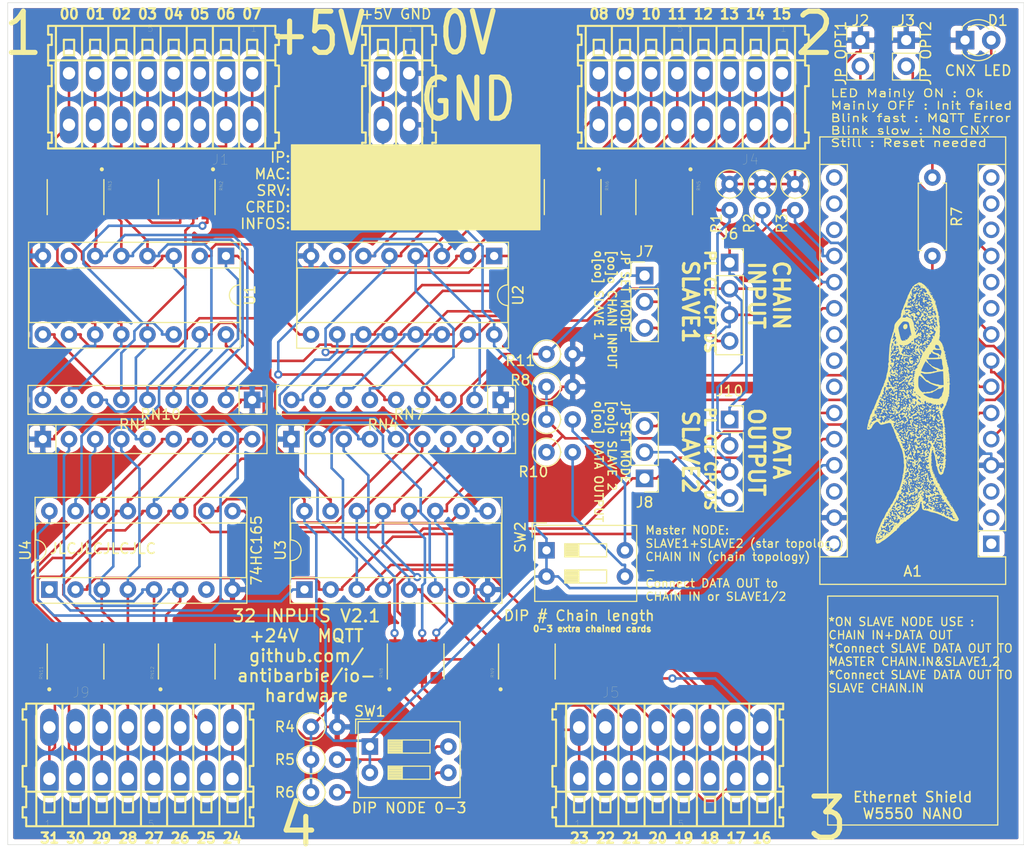
<source format=kicad_pcb>
(kicad_pcb (version 20171130) (host pcbnew 5.1.8-db9833491~88~ubuntu18.04.1)
  (layers (0 F.Cu signal) (31 B.Cu signal) (34 B.Paste user) (35 F.Paste user) (36 B.SilkS user) (37 F.SilkS user) (38 B.Mask user) (39 F.Mask user) (44 Edge.Cuts user))
  (net 0 "")
  (net 1 Earth)
  (net 2 "Net-(A1-Pad5)")
  (net 3 "Net-(A1-Pad6)")
  (net 4 "Net-(A1-Pad7)")
  (net 5 "Net-(A1-Pad8)")
  (net 6 "Net-(A1-Pad9)")
  (net 7 "Net-(A1-Pad25)")
  (net 8 "Net-(A1-Pad26)")
  (net 9 +5V)
  (net 10 "Net-(A1-Pad12)")
  (net 11 "Net-(R5-Pad2)")
  (net 12 "Net-(R6-Pad2)")
  (net 13 "Net-(J1-PadA1)")
  (net 14 "Net-(J1-PadA2)")
  (net 15 "Net-(J1-PadA3)")
  (net 16 "Net-(J1-PadA4)")
  (net 17 "Net-(J1-PadA5)")
  (net 18 "Net-(J1-PadA6)")
  (net 19 "Net-(J1-PadA7)")
  (net 20 "Net-(J1-PadA8)")
  (net 21 "Net-(J4-PadA8)")
  (net 22 "Net-(J4-PadA7)")
  (net 23 "Net-(J4-PadA6)")
  (net 24 "Net-(J4-PadA5)")
  (net 25 "Net-(J4-PadA4)")
  (net 26 "Net-(J4-PadA3)")
  (net 27 "Net-(J4-PadA2)")
  (net 28 "Net-(J4-PadA1)")
  (net 29 "Net-(D1-Pad2)")
  (net 30 /PL)
  (net 31 /CE)
  (net 32 /CP)
  (net 33 "Net-(J5-PadA8)")
  (net 34 "Net-(J5-PadA7)")
  (net 35 "Net-(J5-PadA6)")
  (net 36 "Net-(J5-PadA5)")
  (net 37 "Net-(J5-PadA4)")
  (net 38 "Net-(J5-PadA3)")
  (net 39 "Net-(J5-PadA2)")
  (net 40 "Net-(J5-PadA1)")
  (net 41 "Net-(J6-Pad4)")
  (net 42 "Net-(J9-PadA8)")
  (net 43 "Net-(J9-PadA7)")
  (net 44 "Net-(J9-PadA6)")
  (net 45 "Net-(J9-PadA5)")
  (net 46 "Net-(J9-PadA4)")
  (net 47 "Net-(J9-PadA3)")
  (net 48 "Net-(J9-PadA2)")
  (net 49 "Net-(J9-PadA1)")
  (net 50 "Net-(J10-Pad4)")
  (net 51 "Net-(R9-Pad2)")
  (net 52 "Net-(R10-Pad2)")
  (net 53 "Net-(RN1-Pad9)")
  (net 54 "Net-(RN1-Pad8)")
  (net 55 "Net-(RN1-Pad7)")
  (net 56 "Net-(RN1-Pad6)")
  (net 57 "Net-(RN1-Pad5)")
  (net 58 "Net-(RN1-Pad4)")
  (net 59 "Net-(RN1-Pad3)")
  (net 60 "Net-(RN1-Pad2)")
  (net 61 "Net-(RN4-Pad9)")
  (net 62 "Net-(RN4-Pad8)")
  (net 63 "Net-(RN4-Pad7)")
  (net 64 "Net-(RN4-Pad6)")
  (net 65 "Net-(RN4-Pad5)")
  (net 66 "Net-(RN4-Pad4)")
  (net 67 "Net-(RN4-Pad3)")
  (net 68 "Net-(RN4-Pad2)")
  (net 69 "Net-(RN7-Pad9)")
  (net 70 "Net-(RN7-Pad8)")
  (net 71 "Net-(RN7-Pad7)")
  (net 72 "Net-(RN7-Pad6)")
  (net 73 "Net-(RN7-Pad5)")
  (net 74 "Net-(RN7-Pad4)")
  (net 75 "Net-(RN7-Pad3)")
  (net 76 "Net-(RN7-Pad2)")
  (net 77 "Net-(RN10-Pad9)")
  (net 78 "Net-(RN10-Pad8)")
  (net 79 "Net-(RN10-Pad7)")
  (net 80 "Net-(RN10-Pad6)")
  (net 81 "Net-(RN10-Pad5)")
  (net 82 "Net-(RN10-Pad4)")
  (net 83 "Net-(RN10-Pad3)")
  (net 84 "Net-(RN10-Pad2)")
  (net 85 "Net-(U1-Pad10)")
  (net 86 "Net-(U2-Pad10)")
  (net 87 "Net-(U3-Pad10)")
  (net 88 "Net-(J7-Pad1)")
  (module _Extra_footprints:shark (layer F.Cu) (at 189.865 62.23 90)
    (fp_text reference G*** hide)
    (fp_text value LOGO hide)
  )
  (module Connector_PinHeader_2.54mm:PinHeader_1x03_P2.54mm_Vertical (layer F.Cu) (at 163.83 68.58 180)
    (fp_text reference J8 (at 0 -2.33) (layer F.SilkS))
    (fp_text value "JP DATA OUT(1)/SLAVE2(3)")
    (pad 3 thru_hole oval (at 0 5.08 180) (size 1.7 1.7) (drill 1) (layers *.Cu *.Mask) (net 5 "Net-(A1-Pad8)"))
    (pad 2 thru_hole oval (at 0 2.54 180) (size 1.7 1.7) (drill 1) (layers *.Cu *.Mask) (net 50 "Net-(J10-Pad4)"))
    (pad 1 thru_hole rect (at 0 0 180) (size 1.7 1.7) (drill 1) (layers *.Cu *.Mask) (net 3 "Net-(A1-Pad6)"))
  )
  (module Connector_PinHeader_2.54mm:PinHeader_1x03_P2.54mm_Vertical (layer F.Cu) (at 163.83 48.895)
    (fp_text reference J7 (at 0 -2.33) (layer F.SilkS))
    (fp_text value "JP CHAIN IN(1)/SLAVE1(3)")
    (pad 3 thru_hole oval (at 0 5.08) (size 1.7 1.7) (drill 1) (layers *.Cu *.Mask) (net 4 "Net-(A1-Pad7)"))
    (pad 2 thru_hole oval (at 0 2.54) (size 1.7 1.7) (drill 1) (layers *.Cu *.Mask) (net 41 "Net-(J6-Pad4)"))
    (pad 1 thru_hole rect (at 0 0) (size 1.7 1.7) (drill 1) (layers *.Cu *.Mask) (net 88 "Net-(J7-Pad1)"))
  )
  (module _Extra_footprints:233-508 (layer F.Cu) (at 168.275 31.75 180)
    (fp_text reference J4 (at -5.815 -5.885) (layer F.SilkS) (effects (font (thickness 0.015))))
    (fp_text value "INPUT 8-15")
    (fp_text user 1 (at -9.04 6.85) (layer F.SilkS) (effects (font (size 0.64 0.64) (thickness 0.015))))
    (fp_text user 5 (at 0.993 6.85) (layer F.SilkS) (effects (font (size 0.64 0.64) (thickness 0.015))))
    (pad A1 thru_hole oval (at -8.89 -2.5 180) (size 1.8 3.6) (drill 1.2) (layers *.Cu *.Mask) (net 28 "Net-(J4-PadA1)"))
    (pad B1 thru_hole oval (at -8.89 2.5 180) (size 1.8 3.6) (drill 1.2) (layers *.Cu *.Mask) (net 28 "Net-(J4-PadA1)"))
    (pad A2 thru_hole oval (at -6.35 -2.5 180) (size 1.8 3.6) (drill 1.2) (layers *.Cu *.Mask) (net 27 "Net-(J4-PadA2)"))
    (pad B2 thru_hole oval (at -6.35 2.5 180) (size 1.8 3.6) (drill 1.2) (layers *.Cu *.Mask) (net 27 "Net-(J4-PadA2)"))
    (pad A3 thru_hole oval (at -3.81 -2.5 180) (size 1.8 3.6) (drill 1.2) (layers *.Cu *.Mask) (net 26 "Net-(J4-PadA3)"))
    (pad B3 thru_hole oval (at -3.81 2.5 180) (size 1.8 3.6) (drill 1.2) (layers *.Cu *.Mask) (net 26 "Net-(J4-PadA3)"))
    (pad A4 thru_hole oval (at -1.27 -2.5 180) (size 1.8 3.6) (drill 1.2) (layers *.Cu *.Mask) (net 25 "Net-(J4-PadA4)"))
    (pad B4 thru_hole oval (at -1.27 2.5 180) (size 1.8 3.6) (drill 1.2) (layers *.Cu *.Mask) (net 25 "Net-(J4-PadA4)"))
    (pad A5 thru_hole oval (at 1.27 -2.5 180) (size 1.8 3.6) (drill 1.2) (layers *.Cu *.Mask) (net 24 "Net-(J4-PadA5)"))
    (pad B5 thru_hole oval (at 1.27 2.5 180) (size 1.8 3.6) (drill 1.2) (layers *.Cu *.Mask) (net 24 "Net-(J4-PadA5)"))
    (pad A6 thru_hole oval (at 3.81 -2.5 180) (size 1.8 3.6) (drill 1.2) (layers *.Cu *.Mask) (net 23 "Net-(J4-PadA6)"))
    (pad B6 thru_hole oval (at 3.81 2.5 180) (size 1.8 3.6) (drill 1.2) (layers *.Cu *.Mask) (net 23 "Net-(J4-PadA6)"))
    (pad A7 thru_hole oval (at 6.35 -2.5 180) (size 1.8 3.6) (drill 1.2) (layers *.Cu *.Mask) (net 22 "Net-(J4-PadA7)"))
    (pad B7 thru_hole oval (at 6.35 2.5 180) (size 1.8 3.6) (drill 1.2) (layers *.Cu *.Mask) (net 22 "Net-(J4-PadA7)"))
    (pad A8 thru_hole oval (at 8.89 -2.5 180) (size 1.8 3.6) (drill 1.2) (layers *.Cu *.Mask) (net 21 "Net-(J4-PadA8)"))
    (pad B8 thru_hole oval (at 8.89 2.5 180) (size 1.8 3.6) (drill 1.2) (layers *.Cu *.Mask) (net 21 "Net-(J4-PadA8)"))
  )
  (module Package_DIP:DIP-16_W7.62mm_Socket (layer F.Cu) (at 130.81 79.375 90)
    (fp_text reference U3 (at 3.81 -2.33 90) (layer F.SilkS))
    (fp_text value 74HC165)
    (pad 16 thru_hole oval (at 7.62 0 90) (size 1.6 1.6) (drill 0.8) (layers *.Cu *.Mask) (net 9 +5V))
    (pad 8 thru_hole oval (at 0 17.78 90) (size 1.6 1.6) (drill 0.8) (layers *.Cu *.Mask) (net 1 Earth))
    (pad 15 thru_hole oval (at 7.62 2.54 90) (size 1.6 1.6) (drill 0.8) (layers *.Cu *.Mask) (net 31 /CE))
    (pad 7 thru_hole oval (at 0 15.24 90) (size 1.6 1.6) (drill 0.8) (layers *.Cu *.Mask))
    (pad 14 thru_hole oval (at 7.62 5.08 90) (size 1.6 1.6) (drill 0.8) (layers *.Cu *.Mask) (net 72 "Net-(RN7-Pad6)"))
    (pad 6 thru_hole oval (at 0 12.7 90) (size 1.6 1.6) (drill 0.8) (layers *.Cu *.Mask) (net 76 "Net-(RN7-Pad2)"))
    (pad 13 thru_hole oval (at 7.62 7.62 90) (size 1.6 1.6) (drill 0.8) (layers *.Cu *.Mask) (net 71 "Net-(RN7-Pad7)"))
    (pad 5 thru_hole oval (at 0 10.16 90) (size 1.6 1.6) (drill 0.8) (layers *.Cu *.Mask) (net 75 "Net-(RN7-Pad3)"))
    (pad 12 thru_hole oval (at 7.62 10.16 90) (size 1.6 1.6) (drill 0.8) (layers *.Cu *.Mask) (net 70 "Net-(RN7-Pad8)"))
    (pad 4 thru_hole oval (at 0 7.62 90) (size 1.6 1.6) (drill 0.8) (layers *.Cu *.Mask) (net 74 "Net-(RN7-Pad4)"))
    (pad 11 thru_hole oval (at 7.62 12.7 90) (size 1.6 1.6) (drill 0.8) (layers *.Cu *.Mask) (net 69 "Net-(RN7-Pad9)"))
    (pad 3 thru_hole oval (at 0 5.08 90) (size 1.6 1.6) (drill 0.8) (layers *.Cu *.Mask) (net 73 "Net-(RN7-Pad5)"))
    (pad 10 thru_hole oval (at 7.62 15.24 90) (size 1.6 1.6) (drill 0.8) (layers *.Cu *.Mask) (net 87 "Net-(U3-Pad10)"))
    (pad 2 thru_hole oval (at 0 2.54 90) (size 1.6 1.6) (drill 0.8) (layers *.Cu *.Mask) (net 32 /CP))
    (pad 9 thru_hole oval (at 7.62 17.78 90) (size 1.6 1.6) (drill 0.8) (layers *.Cu *.Mask) (net 86 "Net-(U2-Pad10)"))
    (pad 1 thru_hole rect (at 0 0 90) (size 1.6 1.6) (drill 0.8) (layers *.Cu *.Mask) (net 30 /PL))
  )
  (module Package_DIP:DIP-16_W7.62mm_Socket (layer F.Cu) (at 123.19 46.99 270)
    (fp_text reference U1 (at 3.81 -2.33 90) (layer F.SilkS))
    (fp_text value 74HC165)
    (pad 16 thru_hole oval (at 7.62 0 270) (size 1.6 1.6) (drill 0.8) (layers *.Cu *.Mask) (net 9 +5V))
    (pad 8 thru_hole oval (at 0 17.78 270) (size 1.6 1.6) (drill 0.8) (layers *.Cu *.Mask) (net 1 Earth))
    (pad 15 thru_hole oval (at 7.62 2.54 270) (size 1.6 1.6) (drill 0.8) (layers *.Cu *.Mask) (net 31 /CE))
    (pad 7 thru_hole oval (at 0 15.24 270) (size 1.6 1.6) (drill 0.8) (layers *.Cu *.Mask))
    (pad 14 thru_hole oval (at 7.62 5.08 270) (size 1.6 1.6) (drill 0.8) (layers *.Cu *.Mask) (net 56 "Net-(RN1-Pad6)"))
    (pad 6 thru_hole oval (at 0 12.7 270) (size 1.6 1.6) (drill 0.8) (layers *.Cu *.Mask) (net 60 "Net-(RN1-Pad2)"))
    (pad 13 thru_hole oval (at 7.62 7.62 270) (size 1.6 1.6) (drill 0.8) (layers *.Cu *.Mask) (net 55 "Net-(RN1-Pad7)"))
    (pad 5 thru_hole oval (at 0 10.16 270) (size 1.6 1.6) (drill 0.8) (layers *.Cu *.Mask) (net 59 "Net-(RN1-Pad3)"))
    (pad 12 thru_hole oval (at 7.62 10.16 270) (size 1.6 1.6) (drill 0.8) (layers *.Cu *.Mask) (net 54 "Net-(RN1-Pad8)"))
    (pad 4 thru_hole oval (at 0 7.62 270) (size 1.6 1.6) (drill 0.8) (layers *.Cu *.Mask) (net 58 "Net-(RN1-Pad4)"))
    (pad 11 thru_hole oval (at 7.62 12.7 270) (size 1.6 1.6) (drill 0.8) (layers *.Cu *.Mask) (net 53 "Net-(RN1-Pad9)"))
    (pad 3 thru_hole oval (at 0 5.08 270) (size 1.6 1.6) (drill 0.8) (layers *.Cu *.Mask) (net 57 "Net-(RN1-Pad5)"))
    (pad 10 thru_hole oval (at 7.62 15.24 270) (size 1.6 1.6) (drill 0.8) (layers *.Cu *.Mask) (net 85 "Net-(U1-Pad10)"))
    (pad 2 thru_hole oval (at 0 2.54 270) (size 1.6 1.6) (drill 0.8) (layers *.Cu *.Mask) (net 32 /CP))
    (pad 9 thru_hole oval (at 7.62 17.78 270) (size 1.6 1.6) (drill 0.8) (layers *.Cu *.Mask) (net 3 "Net-(A1-Pad6)"))
    (pad 1 thru_hole rect (at 0 0 270) (size 1.6 1.6) (drill 0.8) (layers *.Cu *.Mask) (net 30 /PL))
  )
  (module Button_Switch_THT:SW_DIP_SPSTx02_Slide_9.78x7.26mm_W7.62mm_P2.54mm (layer F.Cu) (at 154.305 75.565)
    (fp_text reference SW2 (at -2.54 -1.27 90) (layer F.SilkS))
    (fp_text value "DIP # Chain length" (at 3.175 6.35) (layer F.SilkS))
    (pad 4 thru_hole oval (at 7.62 0) (size 1.6 1.6) (drill 0.8) (layers *.Cu *.Mask) (net 51 "Net-(R9-Pad2)"))
    (pad 2 thru_hole oval (at 0 2.54) (size 1.6 1.6) (drill 0.8) (layers *.Cu *.Mask) (net 9 +5V))
    (pad 3 thru_hole oval (at 7.62 2.54) (size 1.6 1.6) (drill 0.8) (layers *.Cu *.Mask) (net 52 "Net-(R10-Pad2)"))
    (pad 1 thru_hole rect (at 0 0) (size 1.6 1.6) (drill 0.8) (layers *.Cu *.Mask) (net 9 +5V))
  )
  (module _Extra_footprints:RESCAXS127P508X320X70-8N (layer F.Cu) (at 119.38 86.36 90)
    (fp_text reference RN12 (at -1.100048 -3.341395 90) (layer F.SilkS) (effects (font (size 0.320306 0.320306) (thickness 0.015))))
    (fp_text value 47k)
    (pad 6 smd rect (at 1.59 -0.635 90) (size 1.14 0.93) (layers F.Cu F.Paste F.Mask) (net 83 "Net-(RN10-Pad3)"))
    (pad 7 smd rect (at 1.59 0.635 90) (size 1.14 0.93) (layers F.Cu F.Paste F.Mask) (net 82 "Net-(RN10-Pad4)"))
    (pad 8 smd rect (at 1.59 2.005 90) (size 1.14 1.13) (layers F.Cu F.Paste F.Mask) (net 81 "Net-(RN10-Pad5)"))
    (pad 4 smd rect (at -1.59 2.005 90) (size 1.14 1.13) (layers F.Cu F.Paste F.Mask) (net 42 "Net-(J9-PadA8)"))
    (pad 3 smd rect (at -1.59 0.635 90) (size 1.14 0.93) (layers F.Cu F.Paste F.Mask) (net 43 "Net-(J9-PadA7)"))
    (pad 2 smd rect (at -1.59 -0.635 90) (size 1.14 0.93) (layers F.Cu F.Paste F.Mask) (net 44 "Net-(J9-PadA6)"))
    (pad 1 smd rect (at -1.59 -2.005 90) (size 1.14 1.13) (layers F.Cu F.Paste F.Mask) (net 45 "Net-(J9-PadA5)"))
    (pad 5 smd rect (at 1.59 -2.005 90) (size 1.14 1.13) (layers F.Cu F.Paste F.Mask) (net 84 "Net-(RN10-Pad2)"))
  )
  (module _Extra_footprints:RESCAXS127P508X320X70-8N (layer F.Cu) (at 108.585 86.36 90)
    (fp_text reference RN11 (at -1.100048 -3.341395 90) (layer F.SilkS) (effects (font (size 0.320306 0.320306) (thickness 0.015))))
    (fp_text value 47k)
    (pad 6 smd rect (at 1.59 -0.635 90) (size 1.14 0.93) (layers F.Cu F.Paste F.Mask) (net 79 "Net-(RN10-Pad7)"))
    (pad 7 smd rect (at 1.59 0.635 90) (size 1.14 0.93) (layers F.Cu F.Paste F.Mask) (net 78 "Net-(RN10-Pad8)"))
    (pad 8 smd rect (at 1.59 2.005 90) (size 1.14 1.13) (layers F.Cu F.Paste F.Mask) (net 77 "Net-(RN10-Pad9)"))
    (pad 4 smd rect (at -1.59 2.005 90) (size 1.14 1.13) (layers F.Cu F.Paste F.Mask) (net 46 "Net-(J9-PadA4)"))
    (pad 3 smd rect (at -1.59 0.635 90) (size 1.14 0.93) (layers F.Cu F.Paste F.Mask) (net 47 "Net-(J9-PadA3)"))
    (pad 2 smd rect (at -1.59 -0.635 90) (size 1.14 0.93) (layers F.Cu F.Paste F.Mask) (net 48 "Net-(J9-PadA2)"))
    (pad 1 smd rect (at -1.59 -2.005 90) (size 1.14 1.13) (layers F.Cu F.Paste F.Mask) (net 49 "Net-(J9-PadA1)"))
    (pad 5 smd rect (at 1.59 -2.005 90) (size 1.14 1.13) (layers F.Cu F.Paste F.Mask) (net 80 "Net-(RN10-Pad6)"))
  )
  (module Resistor_THT:R_Array_SIP9 (layer F.Cu) (at 105.41 64.77)
    (fp_text reference RN10 (at 11.43 -2.4) (layer F.SilkS))
    (fp_text value 10k)
    (pad 9 thru_hole oval (at 20.32 0) (size 1.6 1.6) (drill 0.8) (layers *.Cu *.Mask) (net 77 "Net-(RN10-Pad9)"))
    (pad 8 thru_hole oval (at 17.78 0) (size 1.6 1.6) (drill 0.8) (layers *.Cu *.Mask) (net 78 "Net-(RN10-Pad8)"))
    (pad 7 thru_hole oval (at 15.24 0) (size 1.6 1.6) (drill 0.8) (layers *.Cu *.Mask) (net 79 "Net-(RN10-Pad7)"))
    (pad 6 thru_hole oval (at 12.7 0) (size 1.6 1.6) (drill 0.8) (layers *.Cu *.Mask) (net 80 "Net-(RN10-Pad6)"))
    (pad 5 thru_hole oval (at 10.16 0) (size 1.6 1.6) (drill 0.8) (layers *.Cu *.Mask) (net 81 "Net-(RN10-Pad5)"))
    (pad 4 thru_hole oval (at 7.62 0) (size 1.6 1.6) (drill 0.8) (layers *.Cu *.Mask) (net 82 "Net-(RN10-Pad4)"))
    (pad 3 thru_hole oval (at 5.08 0) (size 1.6 1.6) (drill 0.8) (layers *.Cu *.Mask) (net 83 "Net-(RN10-Pad3)"))
    (pad 2 thru_hole oval (at 2.54 0) (size 1.6 1.6) (drill 0.8) (layers *.Cu *.Mask) (net 84 "Net-(RN10-Pad2)"))
    (pad 1 thru_hole rect (at 0 0) (size 1.6 1.6) (drill 0.8) (layers *.Cu *.Mask) (net 1 Earth))
  )
  (module _Extra_footprints:RESCAXS127P508X320X70-8N (layer F.Cu) (at 152.4 86.36 90)
    (fp_text reference RN9 (at -1.100048 -3.341395 90) (layer F.SilkS) (effects (font (size 0.320306 0.320306) (thickness 0.015))))
    (fp_text value 47k)
    (pad 6 smd rect (at 1.59 -0.635 90) (size 1.14 0.93) (layers F.Cu F.Paste F.Mask) (net 75 "Net-(RN7-Pad3)"))
    (pad 7 smd rect (at 1.59 0.635 90) (size 1.14 0.93) (layers F.Cu F.Paste F.Mask) (net 74 "Net-(RN7-Pad4)"))
    (pad 8 smd rect (at 1.59 2.005 90) (size 1.14 1.13) (layers F.Cu F.Paste F.Mask) (net 73 "Net-(RN7-Pad5)"))
    (pad 4 smd rect (at -1.59 2.005 90) (size 1.14 1.13) (layers F.Cu F.Paste F.Mask) (net 33 "Net-(J5-PadA8)"))
    (pad 3 smd rect (at -1.59 0.635 90) (size 1.14 0.93) (layers F.Cu F.Paste F.Mask) (net 34 "Net-(J5-PadA7)"))
    (pad 2 smd rect (at -1.59 -0.635 90) (size 1.14 0.93) (layers F.Cu F.Paste F.Mask) (net 35 "Net-(J5-PadA6)"))
    (pad 1 smd rect (at -1.59 -2.005 90) (size 1.14 1.13) (layers F.Cu F.Paste F.Mask) (net 36 "Net-(J5-PadA5)"))
    (pad 5 smd rect (at 1.59 -2.005 90) (size 1.14 1.13) (layers F.Cu F.Paste F.Mask) (net 76 "Net-(RN7-Pad2)"))
  )
  (module _Extra_footprints:RESCAXS127P508X320X70-8N (layer F.Cu) (at 141.605 86.36 90)
    (fp_text reference RN8 (at -1.100048 -3.341395 90) (layer F.SilkS) (effects (font (size 0.320306 0.320306) (thickness 0.015))))
    (fp_text value 47k)
    (pad 6 smd rect (at 1.59 -0.635 90) (size 1.14 0.93) (layers F.Cu F.Paste F.Mask) (net 71 "Net-(RN7-Pad7)"))
    (pad 7 smd rect (at 1.59 0.635 90) (size 1.14 0.93) (layers F.Cu F.Paste F.Mask) (net 70 "Net-(RN7-Pad8)"))
    (pad 8 smd rect (at 1.59 2.005 90) (size 1.14 1.13) (layers F.Cu F.Paste F.Mask) (net 69 "Net-(RN7-Pad9)"))
    (pad 4 smd rect (at -1.59 2.005 90) (size 1.14 1.13) (layers F.Cu F.Paste F.Mask) (net 37 "Net-(J5-PadA4)"))
    (pad 3 smd rect (at -1.59 0.635 90) (size 1.14 0.93) (layers F.Cu F.Paste F.Mask) (net 38 "Net-(J5-PadA3)"))
    (pad 2 smd rect (at -1.59 -0.635 90) (size 1.14 0.93) (layers F.Cu F.Paste F.Mask) (net 39 "Net-(J5-PadA2)"))
    (pad 1 smd rect (at -1.59 -2.005 90) (size 1.14 1.13) (layers F.Cu F.Paste F.Mask) (net 40 "Net-(J5-PadA1)"))
    (pad 5 smd rect (at 1.59 -2.005 90) (size 1.14 1.13) (layers F.Cu F.Paste F.Mask) (net 72 "Net-(RN7-Pad6)"))
  )
  (module Resistor_THT:R_Array_SIP9 (layer F.Cu) (at 129.54 64.77)
    (fp_text reference RN7 (at 11.43 -2.4) (layer F.SilkS))
    (fp_text value 10k)
    (pad 9 thru_hole oval (at 20.32 0) (size 1.6 1.6) (drill 0.8) (layers *.Cu *.Mask) (net 69 "Net-(RN7-Pad9)"))
    (pad 8 thru_hole oval (at 17.78 0) (size 1.6 1.6) (drill 0.8) (layers *.Cu *.Mask) (net 70 "Net-(RN7-Pad8)"))
    (pad 7 thru_hole oval (at 15.24 0) (size 1.6 1.6) (drill 0.8) (layers *.Cu *.Mask) (net 71 "Net-(RN7-Pad7)"))
    (pad 6 thru_hole oval (at 12.7 0) (size 1.6 1.6) (drill 0.8) (layers *.Cu *.Mask) (net 72 "Net-(RN7-Pad6)"))
    (pad 5 thru_hole oval (at 10.16 0) (size 1.6 1.6) (drill 0.8) (layers *.Cu *.Mask) (net 73 "Net-(RN7-Pad5)"))
    (pad 4 thru_hole oval (at 7.62 0) (size 1.6 1.6) (drill 0.8) (layers *.Cu *.Mask) (net 74 "Net-(RN7-Pad4)"))
    (pad 3 thru_hole oval (at 5.08 0) (size 1.6 1.6) (drill 0.8) (layers *.Cu *.Mask) (net 75 "Net-(RN7-Pad3)"))
    (pad 2 thru_hole oval (at 2.54 0) (size 1.6 1.6) (drill 0.8) (layers *.Cu *.Mask) (net 76 "Net-(RN7-Pad2)"))
    (pad 1 thru_hole rect (at 0 0) (size 1.6 1.6) (drill 0.8) (layers *.Cu *.Mask) (net 1 Earth))
  )
  (module _Extra_footprints:RESCAXS127P508X320X70-8N (layer F.Cu) (at 156.845 41.275 270)
    (fp_text reference RN6 (at -1.100048 -3.341395 90) (layer F.SilkS) (effects (font (size 0.320306 0.320306) (thickness 0.015))))
    (fp_text value 47k)
    (pad 6 smd rect (at 1.59 -0.635 270) (size 1.14 0.93) (layers F.Cu F.Paste F.Mask) (net 67 "Net-(RN4-Pad3)"))
    (pad 7 smd rect (at 1.59 0.635 270) (size 1.14 0.93) (layers F.Cu F.Paste F.Mask) (net 66 "Net-(RN4-Pad4)"))
    (pad 8 smd rect (at 1.59 2.005 270) (size 1.14 1.13) (layers F.Cu F.Paste F.Mask) (net 65 "Net-(RN4-Pad5)"))
    (pad 4 smd rect (at -1.59 2.005 270) (size 1.14 1.13) (layers F.Cu F.Paste F.Mask) (net 21 "Net-(J4-PadA8)"))
    (pad 3 smd rect (at -1.59 0.635 270) (size 1.14 0.93) (layers F.Cu F.Paste F.Mask) (net 22 "Net-(J4-PadA7)"))
    (pad 2 smd rect (at -1.59 -0.635 270) (size 1.14 0.93) (layers F.Cu F.Paste F.Mask) (net 23 "Net-(J4-PadA6)"))
    (pad 1 smd rect (at -1.59 -2.005 270) (size 1.14 1.13) (layers F.Cu F.Paste F.Mask) (net 24 "Net-(J4-PadA5)"))
    (pad 5 smd rect (at 1.59 -2.005 270) (size 1.14 1.13) (layers F.Cu F.Paste F.Mask) (net 68 "Net-(RN4-Pad2)"))
  )
  (module _Extra_footprints:RESCAXS127P508X320X70-8N (layer F.Cu) (at 165.735 41.275 270)
    (fp_text reference RN5 (at -1.100048 -3.341395 90) (layer F.SilkS) (effects (font (size 0.320306 0.320306) (thickness 0.015))))
    (fp_text value 47k)
    (pad 6 smd rect (at 1.59 -0.635 270) (size 1.14 0.93) (layers F.Cu F.Paste F.Mask) (net 63 "Net-(RN4-Pad7)"))
    (pad 7 smd rect (at 1.59 0.635 270) (size 1.14 0.93) (layers F.Cu F.Paste F.Mask) (net 62 "Net-(RN4-Pad8)"))
    (pad 8 smd rect (at 1.59 2.005 270) (size 1.14 1.13) (layers F.Cu F.Paste F.Mask) (net 61 "Net-(RN4-Pad9)"))
    (pad 4 smd rect (at -1.59 2.005 270) (size 1.14 1.13) (layers F.Cu F.Paste F.Mask) (net 25 "Net-(J4-PadA4)"))
    (pad 3 smd rect (at -1.59 0.635 270) (size 1.14 0.93) (layers F.Cu F.Paste F.Mask) (net 26 "Net-(J4-PadA3)"))
    (pad 2 smd rect (at -1.59 -0.635 270) (size 1.14 0.93) (layers F.Cu F.Paste F.Mask) (net 27 "Net-(J4-PadA2)"))
    (pad 1 smd rect (at -1.59 -2.005 270) (size 1.14 1.13) (layers F.Cu F.Paste F.Mask) (net 28 "Net-(J4-PadA1)"))
    (pad 5 smd rect (at 1.59 -2.005 270) (size 1.14 1.13) (layers F.Cu F.Paste F.Mask) (net 64 "Net-(RN4-Pad6)"))
  )
  (module Resistor_THT:R_Array_SIP9 (layer F.Cu) (at 149.86 60.96 180)
    (fp_text reference RN4 (at 11.43 -2.4) (layer F.SilkS))
    (fp_text value 10k)
    (pad 9 thru_hole oval (at 20.32 0 180) (size 1.6 1.6) (drill 0.8) (layers *.Cu *.Mask) (net 61 "Net-(RN4-Pad9)"))
    (pad 8 thru_hole oval (at 17.78 0 180) (size 1.6 1.6) (drill 0.8) (layers *.Cu *.Mask) (net 62 "Net-(RN4-Pad8)"))
    (pad 7 thru_hole oval (at 15.24 0 180) (size 1.6 1.6) (drill 0.8) (layers *.Cu *.Mask) (net 63 "Net-(RN4-Pad7)"))
    (pad 6 thru_hole oval (at 12.7 0 180) (size 1.6 1.6) (drill 0.8) (layers *.Cu *.Mask) (net 64 "Net-(RN4-Pad6)"))
    (pad 5 thru_hole oval (at 10.16 0 180) (size 1.6 1.6) (drill 0.8) (layers *.Cu *.Mask) (net 65 "Net-(RN4-Pad5)"))
    (pad 4 thru_hole oval (at 7.62 0 180) (size 1.6 1.6) (drill 0.8) (layers *.Cu *.Mask) (net 66 "Net-(RN4-Pad4)"))
    (pad 3 thru_hole oval (at 5.08 0 180) (size 1.6 1.6) (drill 0.8) (layers *.Cu *.Mask) (net 67 "Net-(RN4-Pad3)"))
    (pad 2 thru_hole oval (at 2.54 0 180) (size 1.6 1.6) (drill 0.8) (layers *.Cu *.Mask) (net 68 "Net-(RN4-Pad2)"))
    (pad 1 thru_hole rect (at 0 0 180) (size 1.6 1.6) (drill 0.8) (layers *.Cu *.Mask) (net 1 Earth))
  )
  (module _Extra_footprints:RESCAXS127P508X320X70-8N (layer F.Cu) (at 108.585 41.275 270)
    (fp_text reference RN3 (at -1.100048 -3.341395 90) (layer F.SilkS) (effects (font (size 0.320306 0.320306) (thickness 0.015))))
    (fp_text value 47k)
    (pad 6 smd rect (at 1.59 -0.635 270) (size 1.14 0.93) (layers F.Cu F.Paste F.Mask) (net 59 "Net-(RN1-Pad3)"))
    (pad 7 smd rect (at 1.59 0.635 270) (size 1.14 0.93) (layers F.Cu F.Paste F.Mask) (net 58 "Net-(RN1-Pad4)"))
    (pad 8 smd rect (at 1.59 2.005 270) (size 1.14 1.13) (layers F.Cu F.Paste F.Mask) (net 57 "Net-(RN1-Pad5)"))
    (pad 4 smd rect (at -1.59 2.005 270) (size 1.14 1.13) (layers F.Cu F.Paste F.Mask) (net 20 "Net-(J1-PadA8)"))
    (pad 3 smd rect (at -1.59 0.635 270) (size 1.14 0.93) (layers F.Cu F.Paste F.Mask) (net 19 "Net-(J1-PadA7)"))
    (pad 2 smd rect (at -1.59 -0.635 270) (size 1.14 0.93) (layers F.Cu F.Paste F.Mask) (net 18 "Net-(J1-PadA6)"))
    (pad 1 smd rect (at -1.59 -2.005 270) (size 1.14 1.13) (layers F.Cu F.Paste F.Mask) (net 17 "Net-(J1-PadA5)"))
    (pad 5 smd rect (at 1.59 -2.005 270) (size 1.14 1.13) (layers F.Cu F.Paste F.Mask) (net 60 "Net-(RN1-Pad2)"))
  )
  (module _Extra_footprints:RESCAXS127P508X320X70-8N (layer F.Cu) (at 119.38 41.275 270)
    (fp_text reference RN2 (at -1.100048 -3.341395 90) (layer F.SilkS) (effects (font (size 0.320306 0.320306) (thickness 0.015))))
    (fp_text value 47k)
    (pad 6 smd rect (at 1.59 -0.635 270) (size 1.14 0.93) (layers F.Cu F.Paste F.Mask) (net 55 "Net-(RN1-Pad7)"))
    (pad 7 smd rect (at 1.59 0.635 270) (size 1.14 0.93) (layers F.Cu F.Paste F.Mask) (net 54 "Net-(RN1-Pad8)"))
    (pad 8 smd rect (at 1.59 2.005 270) (size 1.14 1.13) (layers F.Cu F.Paste F.Mask) (net 53 "Net-(RN1-Pad9)"))
    (pad 4 smd rect (at -1.59 2.005 270) (size 1.14 1.13) (layers F.Cu F.Paste F.Mask) (net 16 "Net-(J1-PadA4)"))
    (pad 3 smd rect (at -1.59 0.635 270) (size 1.14 0.93) (layers F.Cu F.Paste F.Mask) (net 15 "Net-(J1-PadA3)"))
    (pad 2 smd rect (at -1.59 -0.635 270) (size 1.14 0.93) (layers F.Cu F.Paste F.Mask) (net 14 "Net-(J1-PadA2)"))
    (pad 1 smd rect (at -1.59 -2.005 270) (size 1.14 1.13) (layers F.Cu F.Paste F.Mask) (net 13 "Net-(J1-PadA1)"))
    (pad 5 smd rect (at 1.59 -2.005 270) (size 1.14 1.13) (layers F.Cu F.Paste F.Mask) (net 56 "Net-(RN1-Pad6)"))
  )
  (module Resistor_THT:R_Array_SIP9 (layer F.Cu) (at 125.73 60.96 180)
    (fp_text reference RN1 (at 11.43 -2.4) (layer F.SilkS))
    (fp_text value 10k)
    (pad 9 thru_hole oval (at 20.32 0 180) (size 1.6 1.6) (drill 0.8) (layers *.Cu *.Mask) (net 53 "Net-(RN1-Pad9)"))
    (pad 8 thru_hole oval (at 17.78 0 180) (size 1.6 1.6) (drill 0.8) (layers *.Cu *.Mask) (net 54 "Net-(RN1-Pad8)"))
    (pad 7 thru_hole oval (at 15.24 0 180) (size 1.6 1.6) (drill 0.8) (layers *.Cu *.Mask) (net 55 "Net-(RN1-Pad7)"))
    (pad 6 thru_hole oval (at 12.7 0 180) (size 1.6 1.6) (drill 0.8) (layers *.Cu *.Mask) (net 56 "Net-(RN1-Pad6)"))
    (pad 5 thru_hole oval (at 10.16 0 180) (size 1.6 1.6) (drill 0.8) (layers *.Cu *.Mask) (net 57 "Net-(RN1-Pad5)"))
    (pad 4 thru_hole oval (at 7.62 0 180) (size 1.6 1.6) (drill 0.8) (layers *.Cu *.Mask) (net 58 "Net-(RN1-Pad4)"))
    (pad 3 thru_hole oval (at 5.08 0 180) (size 1.6 1.6) (drill 0.8) (layers *.Cu *.Mask) (net 59 "Net-(RN1-Pad3)"))
    (pad 2 thru_hole oval (at 2.54 0 180) (size 1.6 1.6) (drill 0.8) (layers *.Cu *.Mask) (net 60 "Net-(RN1-Pad2)"))
    (pad 1 thru_hole rect (at 0 0 180) (size 1.6 1.6) (drill 0.8) (layers *.Cu *.Mask) (net 1 Earth))
  )
  (module Resistor_THT:R_Axial_DIN0207_L6.3mm_D2.5mm_P2.54mm_Vertical (layer F.Cu) (at 154.305 56.515)
    (fp_text reference R11 (at -2.54 0.635) (layer F.SilkS))
    (fp_text value 100k)
    (pad 2 thru_hole oval (at 2.54 0) (size 1.6 1.6) (drill 0.8) (layers *.Cu *.Mask) (net 1 Earth))
    (pad 1 thru_hole circle (at 0 0) (size 1.6 1.6) (drill 0.8) (layers *.Cu *.Mask) (net 88 "Net-(J7-Pad1)"))
  )
  (module Resistor_THT:R_Axial_DIN0207_L6.3mm_D2.5mm_P2.54mm_Vertical (layer F.Cu) (at 154.305 66.04)
    (fp_text reference R10 (at -1.27 1.905) (layer F.SilkS))
    (fp_text value 22k)
    (pad 2 thru_hole oval (at 2.54 0) (size 1.6 1.6) (drill 0.8) (layers *.Cu *.Mask) (net 52 "Net-(R10-Pad2)"))
    (pad 1 thru_hole circle (at 0 0) (size 1.6 1.6) (drill 0.8) (layers *.Cu *.Mask) (net 7 "Net-(A1-Pad25)"))
  )
  (module Resistor_THT:R_Axial_DIN0207_L6.3mm_D2.5mm_P2.54mm_Vertical (layer F.Cu) (at 154.305 62.865)
    (fp_text reference R9 (at -2.54 0) (layer F.SilkS))
    (fp_text value 47k)
    (pad 2 thru_hole oval (at 2.54 0) (size 1.6 1.6) (drill 0.8) (layers *.Cu *.Mask) (net 51 "Net-(R9-Pad2)"))
    (pad 1 thru_hole circle (at 0 0) (size 1.6 1.6) (drill 0.8) (layers *.Cu *.Mask) (net 7 "Net-(A1-Pad25)"))
  )
  (module Resistor_THT:R_Axial_DIN0207_L6.3mm_D2.5mm_P2.54mm_Vertical (layer F.Cu) (at 154.305 59.69)
    (fp_text reference R8 (at -2.54 -0.635) (layer F.SilkS))
    (fp_text value 10k)
    (pad 2 thru_hole oval (at 2.54 0) (size 1.6 1.6) (drill 0.8) (layers *.Cu *.Mask) (net 1 Earth))
    (pad 1 thru_hole circle (at 0 0) (size 1.6 1.6) (drill 0.8) (layers *.Cu *.Mask) (net 7 "Net-(A1-Pad25)"))
  )
  (module Connector_PinSocket_2.54mm:PinSocket_1x04_P2.54mm_Vertical (layer F.Cu) (at 172.085 62.865)
    (fp_text reference J10 (at 0 -2.77) (layer F.SilkS))
    (fp_text value "SLAVE2 IN/DATA OUTPUT")
    (pad 4 thru_hole oval (at 0 7.62) (size 1.7 1.7) (drill 1) (layers *.Cu *.Mask) (net 50 "Net-(J10-Pad4)"))
    (pad 3 thru_hole oval (at 0 5.08) (size 1.7 1.7) (drill 1) (layers *.Cu *.Mask) (net 32 /CP))
    (pad 2 thru_hole oval (at 0 2.54) (size 1.7 1.7) (drill 1) (layers *.Cu *.Mask) (net 31 /CE))
    (pad 1 thru_hole rect (at 0 0) (size 1.7 1.7) (drill 1) (layers *.Cu *.Mask) (net 30 /PL))
  )
  (module _Extra_footprints:233-508 (layer F.Cu) (at 114.935 95.25)
    (fp_text reference J9 (at -5.815 -5.885) (layer F.SilkS) (effects (font (thickness 0.015))))
    (fp_text value "INPUT 24-31")
    (fp_text user 5 (at 0.993 6.85) (layer F.SilkS) (effects (font (size 0.64 0.64) (thickness 0.015))))
    (fp_text user 1 (at -9.04 6.85) (layer F.SilkS) (effects (font (size 0.64 0.64) (thickness 0.015))))
    (pad B8 thru_hole oval (at 8.89 2.5) (size 1.8 3.6) (drill 1.2) (layers *.Cu *.Mask) (net 42 "Net-(J9-PadA8)"))
    (pad A8 thru_hole oval (at 8.89 -2.5) (size 1.8 3.6) (drill 1.2) (layers *.Cu *.Mask) (net 42 "Net-(J9-PadA8)"))
    (pad B7 thru_hole oval (at 6.35 2.5) (size 1.8 3.6) (drill 1.2) (layers *.Cu *.Mask) (net 43 "Net-(J9-PadA7)"))
    (pad A7 thru_hole oval (at 6.35 -2.5) (size 1.8 3.6) (drill 1.2) (layers *.Cu *.Mask) (net 43 "Net-(J9-PadA7)"))
    (pad B6 thru_hole oval (at 3.81 2.5) (size 1.8 3.6) (drill 1.2) (layers *.Cu *.Mask) (net 44 "Net-(J9-PadA6)"))
    (pad A6 thru_hole oval (at 3.81 -2.5) (size 1.8 3.6) (drill 1.2) (layers *.Cu *.Mask) (net 44 "Net-(J9-PadA6)"))
    (pad B5 thru_hole oval (at 1.27 2.5) (size 1.8 3.6) (drill 1.2) (layers *.Cu *.Mask) (net 45 "Net-(J9-PadA5)"))
    (pad A5 thru_hole oval (at 1.27 -2.5) (size 1.8 3.6) (drill 1.2) (layers *.Cu *.Mask) (net 45 "Net-(J9-PadA5)"))
    (pad B4 thru_hole oval (at -1.27 2.5) (size 1.8 3.6) (drill 1.2) (layers *.Cu *.Mask) (net 46 "Net-(J9-PadA4)"))
    (pad A4 thru_hole oval (at -1.27 -2.5) (size 1.8 3.6) (drill 1.2) (layers *.Cu *.Mask) (net 46 "Net-(J9-PadA4)"))
    (pad B3 thru_hole oval (at -3.81 2.5) (size 1.8 3.6) (drill 1.2) (layers *.Cu *.Mask) (net 47 "Net-(J9-PadA3)"))
    (pad A3 thru_hole oval (at -3.81 -2.5) (size 1.8 3.6) (drill 1.2) (layers *.Cu *.Mask) (net 47 "Net-(J9-PadA3)"))
    (pad B2 thru_hole oval (at -6.35 2.5) (size 1.8 3.6) (drill 1.2) (layers *.Cu *.Mask) (net 48 "Net-(J9-PadA2)"))
    (pad A2 thru_hole oval (at -6.35 -2.5) (size 1.8 3.6) (drill 1.2) (layers *.Cu *.Mask) (net 48 "Net-(J9-PadA2)"))
    (pad B1 thru_hole oval (at -8.89 2.5) (size 1.8 3.6) (drill 1.2) (layers *.Cu *.Mask) (net 49 "Net-(J9-PadA1)"))
    (pad A1 thru_hole oval (at -8.89 -2.5) (size 1.8 3.6) (drill 1.2) (layers *.Cu *.Mask) (net 49 "Net-(J9-PadA1)"))
  )
  (module Connector_PinSocket_2.54mm:PinSocket_1x04_P2.54mm_Vertical (layer F.Cu) (at 172.085 47.625)
    (fp_text reference J6 (at 0 -2.77) (layer F.SilkS))
    (fp_text value "SLAVE1IN/CHAIN INPUT")
    (pad 4 thru_hole oval (at 0 7.62) (size 1.7 1.7) (drill 1) (layers *.Cu *.Mask) (net 41 "Net-(J6-Pad4)"))
    (pad 3 thru_hole oval (at 0 5.08) (size 1.7 1.7) (drill 1) (layers *.Cu *.Mask) (net 32 /CP))
    (pad 2 thru_hole oval (at 0 2.54) (size 1.7 1.7) (drill 1) (layers *.Cu *.Mask) (net 31 /CE))
    (pad 1 thru_hole rect (at 0 0) (size 1.7 1.7) (drill 1) (layers *.Cu *.Mask) (net 30 /PL))
  )
  (module _Extra_footprints:233-508 (layer F.Cu) (at 166.37 95.25)
    (fp_text reference J5 (at -5.815 -5.885) (layer F.SilkS) (effects (font (thickness 0.015))))
    (fp_text value "INPUT 16-23")
    (fp_text user 5 (at 0.993 6.85) (layer F.SilkS) (effects (font (size 0.64 0.64) (thickness 0.015))))
    (fp_text user 1 (at -9.04 6.85) (layer F.SilkS) (effects (font (size 0.64 0.64) (thickness 0.015))))
    (pad B8 thru_hole oval (at 8.89 2.5) (size 1.8 3.6) (drill 1.2) (layers *.Cu *.Mask) (net 33 "Net-(J5-PadA8)"))
    (pad A8 thru_hole oval (at 8.89 -2.5) (size 1.8 3.6) (drill 1.2) (layers *.Cu *.Mask) (net 33 "Net-(J5-PadA8)"))
    (pad B7 thru_hole oval (at 6.35 2.5) (size 1.8 3.6) (drill 1.2) (layers *.Cu *.Mask) (net 34 "Net-(J5-PadA7)"))
    (pad A7 thru_hole oval (at 6.35 -2.5) (size 1.8 3.6) (drill 1.2) (layers *.Cu *.Mask) (net 34 "Net-(J5-PadA7)"))
    (pad B6 thru_hole oval (at 3.81 2.5) (size 1.8 3.6) (drill 1.2) (layers *.Cu *.Mask) (net 35 "Net-(J5-PadA6)"))
    (pad A6 thru_hole oval (at 3.81 -2.5) (size 1.8 3.6) (drill 1.2) (layers *.Cu *.Mask) (net 35 "Net-(J5-PadA6)"))
    (pad B5 thru_hole oval (at 1.27 2.5) (size 1.8 3.6) (drill 1.2) (layers *.Cu *.Mask) (net 36 "Net-(J5-PadA5)"))
    (pad A5 thru_hole oval (at 1.27 -2.5) (size 1.8 3.6) (drill 1.2) (layers *.Cu *.Mask) (net 36 "Net-(J5-PadA5)"))
    (pad B4 thru_hole oval (at -1.27 2.5) (size 1.8 3.6) (drill 1.2) (layers *.Cu *.Mask) (net 37 "Net-(J5-PadA4)"))
    (pad A4 thru_hole oval (at -1.27 -2.5) (size 1.8 3.6) (drill 1.2) (layers *.Cu *.Mask) (net 37 "Net-(J5-PadA4)"))
    (pad B3 thru_hole oval (at -3.81 2.5) (size 1.8 3.6) (drill 1.2) (layers *.Cu *.Mask) (net 38 "Net-(J5-PadA3)"))
    (pad A3 thru_hole oval (at -3.81 -2.5) (size 1.8 3.6) (drill 1.2) (layers *.Cu *.Mask) (net 38 "Net-(J5-PadA3)"))
    (pad B2 thru_hole oval (at -6.35 2.5) (size 1.8 3.6) (drill 1.2) (layers *.Cu *.Mask) (net 39 "Net-(J5-PadA2)"))
    (pad A2 thru_hole oval (at -6.35 -2.5) (size 1.8 3.6) (drill 1.2) (layers *.Cu *.Mask) (net 39 "Net-(J5-PadA2)"))
    (pad B1 thru_hole oval (at -8.89 2.5) (size 1.8 3.6) (drill 1.2) (layers *.Cu *.Mask) (net 40 "Net-(J5-PadA1)"))
    (pad A1 thru_hole oval (at -8.89 -2.5) (size 1.8 3.6) (drill 1.2) (layers *.Cu *.Mask) (net 40 "Net-(J5-PadA1)"))
  )
  (module Connector_PinHeader_2.54mm:PinHeader_1x02_P2.54mm_Vertical (layer F.Cu) (at 189.23 26.035)
    (fp_text reference J3 (at 0 -1.905) (layer F.SilkS))
    (fp_text value "JP OPT2" (at 1.905 1.27 90) (layer F.SilkS))
    (pad 2 thru_hole oval (at 0 2.54) (size 1.7 1.7) (drill 1) (layers *.Cu *.Mask) (net 10 "Net-(A1-Pad12)"))
    (pad 1 thru_hole rect (at 0 0) (size 1.7 1.7) (drill 1) (layers *.Cu *.Mask) (net 1 Earth))
  )
  (module Connector_PinHeader_2.54mm:PinHeader_1x02_P2.54mm_Vertical (layer F.Cu) (at 184.785 26.035)
    (fp_text reference J2 (at 0 -1.905) (layer F.SilkS))
    (fp_text value "JP OPT1" (at -1.905 1.27 90) (layer F.SilkS))
    (pad 2 thru_hole oval (at 0 2.54) (size 1.7 1.7) (drill 1) (layers *.Cu *.Mask) (net 6 "Net-(A1-Pad9)"))
    (pad 1 thru_hole rect (at 0 0) (size 1.7 1.7) (drill 1) (layers *.Cu *.Mask) (net 1 Earth))
  )
  (module Module:Arduino_Nano (layer F.Cu) (at 197.485 74.93 180)
    (fp_text reference A1 (at 7.62 -2.67) (layer F.SilkS))
    (fp_text value NANO)
    (pad 1 thru_hole rect (at 0 0 180) (size 1.6 1.6) (drill 1) (layers *.Cu *.Mask))
    (pad 17 thru_hole oval (at 15.24 33.02 180) (size 1.6 1.6) (drill 1) (layers *.Cu *.Mask))
    (pad 2 thru_hole oval (at 0 2.54 180) (size 1.6 1.6) (drill 1) (layers *.Cu *.Mask))
    (pad 18 thru_hole oval (at 15.24 30.48 180) (size 1.6 1.6) (drill 1) (layers *.Cu *.Mask))
    (pad 3 thru_hole oval (at 0 5.08 180) (size 1.6 1.6) (drill 1) (layers *.Cu *.Mask))
    (pad 19 thru_hole oval (at 15.24 27.94 180) (size 1.6 1.6) (drill 1) (layers *.Cu *.Mask) (net 30 /PL))
    (pad 4 thru_hole oval (at 0 7.62 180) (size 1.6 1.6) (drill 1) (layers *.Cu *.Mask) (net 1 Earth))
    (pad 20 thru_hole oval (at 15.24 25.4 180) (size 1.6 1.6) (drill 1) (layers *.Cu *.Mask) (net 31 /CE))
    (pad 5 thru_hole oval (at 0 10.16 180) (size 1.6 1.6) (drill 1) (layers *.Cu *.Mask) (net 2 "Net-(A1-Pad5)"))
    (pad 21 thru_hole oval (at 15.24 22.86 180) (size 1.6 1.6) (drill 1) (layers *.Cu *.Mask) (net 32 /CP))
    (pad 6 thru_hole oval (at 0 12.7 180) (size 1.6 1.6) (drill 1) (layers *.Cu *.Mask) (net 3 "Net-(A1-Pad6)"))
    (pad 22 thru_hole oval (at 15.24 20.32 180) (size 1.6 1.6) (drill 1) (layers *.Cu *.Mask))
    (pad 7 thru_hole oval (at 0 15.24 180) (size 1.6 1.6) (drill 1) (layers *.Cu *.Mask) (net 4 "Net-(A1-Pad7)"))
    (pad 23 thru_hole oval (at 15.24 17.78 180) (size 1.6 1.6) (drill 1) (layers *.Cu *.Mask))
    (pad 8 thru_hole oval (at 0 17.78 180) (size 1.6 1.6) (drill 1) (layers *.Cu *.Mask) (net 5 "Net-(A1-Pad8)"))
    (pad 24 thru_hole oval (at 15.24 15.24 180) (size 1.6 1.6) (drill 1) (layers *.Cu *.Mask))
    (pad 9 thru_hole oval (at 0 20.32 180) (size 1.6 1.6) (drill 1) (layers *.Cu *.Mask) (net 6 "Net-(A1-Pad9)"))
    (pad 25 thru_hole oval (at 15.24 12.7 180) (size 1.6 1.6) (drill 1) (layers *.Cu *.Mask) (net 7 "Net-(A1-Pad25)"))
    (pad 10 thru_hole oval (at 0 22.86 180) (size 1.6 1.6) (drill 1) (layers *.Cu *.Mask))
    (pad 26 thru_hole oval (at 15.24 10.16 180) (size 1.6 1.6) (drill 1) (layers *.Cu *.Mask) (net 8 "Net-(A1-Pad26)"))
    (pad 11 thru_hole oval (at 0 25.4 180) (size 1.6 1.6) (drill 1) (layers *.Cu *.Mask))
    (pad 27 thru_hole oval (at 15.24 7.62 180) (size 1.6 1.6) (drill 1) (layers *.Cu *.Mask) (net 9 +5V))
    (pad 12 thru_hole oval (at 0 27.94 180) (size 1.6 1.6) (drill 1) (layers *.Cu *.Mask) (net 10 "Net-(A1-Pad12)"))
    (pad 28 thru_hole oval (at 15.24 5.08 180) (size 1.6 1.6) (drill 1) (layers *.Cu *.Mask))
    (pad 13 thru_hole oval (at 0 30.48 180) (size 1.6 1.6) (drill 1) (layers *.Cu *.Mask))
    (pad 29 thru_hole oval (at 15.24 2.54 180) (size 1.6 1.6) (drill 1) (layers *.Cu *.Mask) (net 1 Earth))
    (pad 14 thru_hole oval (at 0 33.02 180) (size 1.6 1.6) (drill 1) (layers *.Cu *.Mask))
    (pad 30 thru_hole oval (at 15.24 0 180) (size 1.6 1.6) (drill 1) (layers *.Cu *.Mask))
    (pad 15 thru_hole oval (at 0 35.56 180) (size 1.6 1.6) (drill 1) (layers *.Cu *.Mask))
    (pad 16 thru_hole oval (at 15.24 35.56 180) (size 1.6 1.6) (drill 1) (layers *.Cu *.Mask))
  )
  (module Resistor_THT:R_Axial_DIN0207_L6.3mm_D2.5mm_P2.54mm_Vertical (layer F.Cu) (at 172.085 40.005 270)
    (fp_text reference R1 (at 3.81 1.27 90) (layer F.SilkS))
    (fp_text value 10K)
    (pad 2 thru_hole oval (at 2.54 0 270) (size 1.6 1.6) (drill 0.8) (layers *.Cu *.Mask) (net 32 /CP))
    (pad 1 thru_hole circle (at 0 0 270) (size 1.6 1.6) (drill 0.8) (layers *.Cu *.Mask) (net 1 Earth))
  )
  (module Resistor_THT:R_Axial_DIN0207_L6.3mm_D2.5mm_P2.54mm_Vertical (layer F.Cu) (at 175.26 40.005 270)
    (fp_text reference R2 (at 3.81 1.27 90) (layer F.SilkS))
    (fp_text value 10K)
    (pad 1 thru_hole circle (at 0 0 270) (size 1.6 1.6) (drill 0.8) (layers *.Cu *.Mask) (net 1 Earth))
    (pad 2 thru_hole oval (at 2.54 0 270) (size 1.6 1.6) (drill 0.8) (layers *.Cu *.Mask) (net 31 /CE))
  )
  (module Resistor_THT:R_Axial_DIN0207_L6.3mm_D2.5mm_P2.54mm_Vertical (layer F.Cu) (at 178.435 40.005 270)
    (fp_text reference R3 (at 3.81 1.27 270) (layer F.SilkS))
    (fp_text value 10K)
    (pad 1 thru_hole circle (at 0 0 270) (size 1.6 1.6) (drill 0.8) (layers *.Cu *.Mask) (net 1 Earth))
    (pad 2 thru_hole oval (at 2.54 0 270) (size 1.6 1.6) (drill 0.8) (layers *.Cu *.Mask) (net 30 /PL))
  )
  (module Package_DIP:DIP-16_W7.62mm_Socket (layer F.Cu) (at 149.225 46.99 270)
    (fp_text reference U2 (at 3.81 -2.33 90) (layer F.SilkS))
    (fp_text value 74HC165)
    (pad 1 thru_hole rect (at 0 0 270) (size 1.6 1.6) (drill 0.8) (layers *.Cu *.Mask) (net 30 /PL))
    (pad 9 thru_hole oval (at 7.62 17.78 270) (size 1.6 1.6) (drill 0.8) (layers *.Cu *.Mask) (net 85 "Net-(U1-Pad10)"))
    (pad 2 thru_hole oval (at 0 2.54 270) (size 1.6 1.6) (drill 0.8) (layers *.Cu *.Mask) (net 32 /CP))
    (pad 10 thru_hole oval (at 7.62 15.24 270) (size 1.6 1.6) (drill 0.8) (layers *.Cu *.Mask) (net 86 "Net-(U2-Pad10)"))
    (pad 3 thru_hole oval (at 0 5.08 270) (size 1.6 1.6) (drill 0.8) (layers *.Cu *.Mask) (net 65 "Net-(RN4-Pad5)"))
    (pad 11 thru_hole oval (at 7.62 12.7 270) (size 1.6 1.6) (drill 0.8) (layers *.Cu *.Mask) (net 61 "Net-(RN4-Pad9)"))
    (pad 4 thru_hole oval (at 0 7.62 270) (size 1.6 1.6) (drill 0.8) (layers *.Cu *.Mask) (net 66 "Net-(RN4-Pad4)"))
    (pad 12 thru_hole oval (at 7.62 10.16 270) (size 1.6 1.6) (drill 0.8) (layers *.Cu *.Mask) (net 62 "Net-(RN4-Pad8)"))
    (pad 5 thru_hole oval (at 0 10.16 270) (size 1.6 1.6) (drill 0.8) (layers *.Cu *.Mask) (net 67 "Net-(RN4-Pad3)"))
    (pad 13 thru_hole oval (at 7.62 7.62 270) (size 1.6 1.6) (drill 0.8) (layers *.Cu *.Mask) (net 63 "Net-(RN4-Pad7)"))
    (pad 6 thru_hole oval (at 0 12.7 270) (size 1.6 1.6) (drill 0.8) (layers *.Cu *.Mask) (net 68 "Net-(RN4-Pad2)"))
    (pad 14 thru_hole oval (at 7.62 5.08 270) (size 1.6 1.6) (drill 0.8) (layers *.Cu *.Mask) (net 64 "Net-(RN4-Pad6)"))
    (pad 7 thru_hole oval (at 0 15.24 270) (size 1.6 1.6) (drill 0.8) (layers *.Cu *.Mask))
    (pad 15 thru_hole oval (at 7.62 2.54 270) (size 1.6 1.6) (drill 0.8) (layers *.Cu *.Mask) (net 31 /CE))
    (pad 8 thru_hole oval (at 0 17.78 270) (size 1.6 1.6) (drill 0.8) (layers *.Cu *.Mask) (net 1 Earth))
    (pad 16 thru_hole oval (at 7.62 0 270) (size 1.6 1.6) (drill 0.8) (layers *.Cu *.Mask) (net 9 +5V))
  )
  (module Package_DIP:DIP-16_W7.62mm_Socket (layer F.Cu) (at 106.045 79.375 90)
    (fp_text reference U4 (at 3.81 -2.33 90) (layer F.SilkS))
    (fp_text value 74HC165 (at 3.81 20.11 90) (layer F.SilkS))
    (pad 16 thru_hole oval (at 7.62 0 90) (size 1.6 1.6) (drill 0.8) (layers *.Cu *.Mask) (net 9 +5V))
    (pad 8 thru_hole oval (at 0 17.78 90) (size 1.6 1.6) (drill 0.8) (layers *.Cu *.Mask) (net 1 Earth))
    (pad 15 thru_hole oval (at 7.62 2.54 90) (size 1.6 1.6) (drill 0.8) (layers *.Cu *.Mask) (net 31 /CE))
    (pad 7 thru_hole oval (at 0 15.24 90) (size 1.6 1.6) (drill 0.8) (layers *.Cu *.Mask))
    (pad 14 thru_hole oval (at 7.62 5.08 90) (size 1.6 1.6) (drill 0.8) (layers *.Cu *.Mask) (net 80 "Net-(RN10-Pad6)"))
    (pad 6 thru_hole oval (at 0 12.7 90) (size 1.6 1.6) (drill 0.8) (layers *.Cu *.Mask) (net 84 "Net-(RN10-Pad2)"))
    (pad 13 thru_hole oval (at 7.62 7.62 90) (size 1.6 1.6) (drill 0.8) (layers *.Cu *.Mask) (net 79 "Net-(RN10-Pad7)"))
    (pad 5 thru_hole oval (at 0 10.16 90) (size 1.6 1.6) (drill 0.8) (layers *.Cu *.Mask) (net 83 "Net-(RN10-Pad3)"))
    (pad 12 thru_hole oval (at 7.62 10.16 90) (size 1.6 1.6) (drill 0.8) (layers *.Cu *.Mask) (net 78 "Net-(RN10-Pad8)"))
    (pad 4 thru_hole oval (at 0 7.62 90) (size 1.6 1.6) (drill 0.8) (layers *.Cu *.Mask) (net 82 "Net-(RN10-Pad4)"))
    (pad 11 thru_hole oval (at 7.62 12.7 90) (size 1.6 1.6) (drill 0.8) (layers *.Cu *.Mask) (net 77 "Net-(RN10-Pad9)"))
    (pad 3 thru_hole oval (at 0 5.08 90) (size 1.6 1.6) (drill 0.8) (layers *.Cu *.Mask) (net 81 "Net-(RN10-Pad5)"))
    (pad 10 thru_hole oval (at 7.62 15.24 90) (size 1.6 1.6) (drill 0.8) (layers *.Cu *.Mask) (net 88 "Net-(J7-Pad1)"))
    (pad 2 thru_hole oval (at 0 2.54 90) (size 1.6 1.6) (drill 0.8) (layers *.Cu *.Mask) (net 32 /CP))
    (pad 9 thru_hole oval (at 7.62 17.78 90) (size 1.6 1.6) (drill 0.8) (layers *.Cu *.Mask) (net 87 "Net-(U3-Pad10)"))
    (pad 1 thru_hole rect (at 0 0 90) (size 1.6 1.6) (drill 0.8) (layers *.Cu *.Mask) (net 30 /PL))
  )
  (module Resistor_THT:R_Axial_DIN0207_L6.3mm_D2.5mm_P2.54mm_Vertical (layer F.Cu) (at 131.445 92.71)
    (fp_text reference R4 (at -2.54 0) (layer F.SilkS))
    (fp_text value 10k)
    (pad 1 thru_hole circle (at 0 0) (size 1.6 1.6) (drill 0.8) (layers *.Cu *.Mask) (net 8 "Net-(A1-Pad26)"))
    (pad 2 thru_hole oval (at 2.54 0) (size 1.6 1.6) (drill 0.8) (layers *.Cu *.Mask) (net 1 Earth))
  )
  (module Resistor_THT:R_Axial_DIN0207_L6.3mm_D2.5mm_P2.54mm_Vertical (layer F.Cu) (at 131.445 95.885)
    (fp_text reference R5 (at -2.54 0) (layer F.SilkS))
    (fp_text value 47k)
    (pad 2 thru_hole oval (at 2.54 0) (size 1.6 1.6) (drill 0.8) (layers *.Cu *.Mask) (net 11 "Net-(R5-Pad2)"))
    (pad 1 thru_hole circle (at 0 0) (size 1.6 1.6) (drill 0.8) (layers *.Cu *.Mask) (net 8 "Net-(A1-Pad26)"))
  )
  (module Resistor_THT:R_Axial_DIN0207_L6.3mm_D2.5mm_P2.54mm_Vertical (layer F.Cu) (at 131.445 99.06)
    (fp_text reference R6 (at -2.54 0) (layer F.SilkS))
    (fp_text value 22k)
    (pad 1 thru_hole circle (at 0 0) (size 1.6 1.6) (drill 0.8) (layers *.Cu *.Mask) (net 8 "Net-(A1-Pad26)"))
    (pad 2 thru_hole oval (at 2.54 0) (size 1.6 1.6) (drill 0.8) (layers *.Cu *.Mask) (net 12 "Net-(R6-Pad2)"))
  )
  (module Button_Switch_THT:SW_DIP_SPSTx02_Slide_9.78x7.26mm_W7.62mm_P2.54mm (layer F.Cu) (at 137.16 94.615)
    (fp_text reference SW1 (at 0 -3.42) (layer F.SilkS))
    (fp_text value "DIP NODE 0-3" (at 3.81 5.96) (layer F.SilkS))
    (pad 1 thru_hole rect (at 0 0) (size 1.6 1.6) (drill 0.8) (layers *.Cu *.Mask) (net 9 +5V))
    (pad 3 thru_hole oval (at 7.62 2.54) (size 1.6 1.6) (drill 0.8) (layers *.Cu *.Mask) (net 12 "Net-(R6-Pad2)"))
    (pad 2 thru_hole oval (at 0 2.54) (size 1.6 1.6) (drill 0.8) (layers *.Cu *.Mask) (net 9 +5V))
    (pad 4 thru_hole oval (at 7.62 0) (size 1.6 1.6) (drill 0.8) (layers *.Cu *.Mask) (net 11 "Net-(R5-Pad2)"))
  )
  (module LED_THT:LED_D3.0mm (layer F.Cu) (at 194.945 26.035)
    (fp_text reference D1 (at 3.175 -1.905) (layer F.SilkS))
    (fp_text value "CNX LED" (at 1.27 2.96) (layer F.SilkS))
    (pad 1 thru_hole rect (at 0 0) (size 1.8 1.8) (drill 0.9) (layers *.Cu *.Mask) (net 1 Earth))
    (pad 2 thru_hole circle (at 2.54 0) (size 1.8 1.8) (drill 0.9) (layers *.Cu *.Mask) (net 29 "Net-(D1-Pad2)"))
  )
  (module _Extra_footprints:233-508 (layer F.Cu) (at 116.84 31.75 180)
    (fp_text reference J1 (at -5.815 -5.885) (layer F.SilkS) (effects (font (thickness 0.015))))
    (fp_text value "INPUT 0-7")
    (fp_text user 5 (at 0.993 6.85) (layer F.SilkS) (effects (font (size 0.64 0.64) (thickness 0.015))))
    (fp_text user 1 (at -9.04 6.85) (layer F.SilkS) (effects (font (size 0.64 0.64) (thickness 0.015))))
    (pad B8 thru_hole oval (at 8.89 2.5 180) (size 1.8 3.6) (drill 1.2) (layers *.Cu *.Mask) (net 20 "Net-(J1-PadA8)"))
    (pad A8 thru_hole oval (at 8.89 -2.5 180) (size 1.8 3.6) (drill 1.2) (layers *.Cu *.Mask) (net 20 "Net-(J1-PadA8)"))
    (pad B7 thru_hole oval (at 6.35 2.5 180) (size 1.8 3.6) (drill 1.2) (layers *.Cu *.Mask) (net 19 "Net-(J1-PadA7)"))
    (pad A7 thru_hole oval (at 6.35 -2.5 180) (size 1.8 3.6) (drill 1.2) (layers *.Cu *.Mask) (net 19 "Net-(J1-PadA7)"))
    (pad B6 thru_hole oval (at 3.81 2.5 180) (size 1.8 3.6) (drill 1.2) (layers *.Cu *.Mask) (net 18 "Net-(J1-PadA6)"))
    (pad A6 thru_hole oval (at 3.81 -2.5 180) (size 1.8 3.6) (drill 1.2) (layers *.Cu *.Mask) (net 18 "Net-(J1-PadA6)"))
    (pad B5 thru_hole oval (at 1.27 2.5 180) (size 1.8 3.6) (drill 1.2) (layers *.Cu *.Mask) (net 17 "Net-(J1-PadA5)"))
    (pad A5 thru_hole oval (at 1.27 -2.5 180) (size 1.8 3.6) (drill 1.2) (layers *.Cu *.Mask) (net 17 "Net-(J1-PadA5)"))
    (pad B4 thru_hole oval (at -1.27 2.5 180) (size 1.8 3.6) (drill 1.2) (layers *.Cu *.Mask) (net 16 "Net-(J1-PadA4)"))
    (pad A4 thru_hole oval (at -1.27 -2.5 180) (size 1.8 3.6) (drill 1.2) (layers *.Cu *.Mask) (net 16 "Net-(J1-PadA4)"))
    (pad B3 thru_hole oval (at -3.81 2.5 180) (size 1.8 3.6) (drill 1.2) (layers *.Cu *.Mask) (net 15 "Net-(J1-PadA3)"))
    (pad A3 thru_hole oval (at -3.81 -2.5 180) (size 1.8 3.6) (drill 1.2) (layers *.Cu *.Mask) (net 15 "Net-(J1-PadA3)"))
    (pad B2 thru_hole oval (at -6.35 2.5 180) (size 1.8 3.6) (drill 1.2) (layers *.Cu *.Mask) (net 14 "Net-(J1-PadA2)"))
    (pad A2 thru_hole oval (at -6.35 -2.5 180) (size 1.8 3.6) (drill 1.2) (layers *.Cu *.Mask) (net 14 "Net-(J1-PadA2)"))
    (pad B1 thru_hole oval (at -8.89 2.5 180) (size 1.8 3.6) (drill 1.2) (layers *.Cu *.Mask) (net 13 "Net-(J1-PadA1)"))
    (pad A1 thru_hole oval (at -8.89 -2.5 180) (size 1.8 3.6) (drill 1.2) (layers *.Cu *.Mask) (net 13 "Net-(J1-PadA1)"))
  )
  (module Resistor_THT:R_Axial_DIN0207_L6.3mm_D2.5mm_P7.62mm_Horizontal (layer F.Cu) (at 191.77 39.37 270)
    (fp_text reference R7 (at 3.81 -2.37 90) (layer F.SilkS))
    (fp_text value 600R)
    (pad 1 thru_hole circle (at 0 0 270) (size 1.6 1.6) (drill 0.8) (layers *.Cu *.Mask) (net 29 "Net-(D1-Pad2)"))
    (pad 2 thru_hole oval (at 7.62 0 270) (size 1.6 1.6) (drill 0.8) (layers *.Cu *.Mask) (net 2 "Net-(A1-Pad5)"))
  )
  (module _Extra_footprints:233-502 (layer F.Cu) (at 139.7 31.75 180)
    (fp_text reference X1 (at 0.535 -5.885) (layer F.SilkS) (effects (font (thickness 0.015))))
    (fp_text value "0V - 5V")
    (fp_text user 1 (at -1.42 6.85) (layer F.SilkS) (effects (font (size 0.64 0.64) (thickness 0.015))))
    (pad A1 thru_hole oval (at -1.27 -2.5 180) (size 1.8 3.6) (drill 1.2) (layers *.Cu *.Mask) (net 1 Earth))
    (pad B1 thru_hole oval (at -1.27 2.5 180) (size 1.8 3.6) (drill 1.2) (layers *.Cu *.Mask) (net 1 Earth))
    (pad A2 thru_hole oval (at 1.27 -2.5 180) (size 1.8 3.6) (drill 1.2) (layers *.Cu *.Mask) (net 9 +5V))
    (pad B2 thru_hole oval (at 1.27 2.5 180) (size 1.8 3.6) (drill 1.2) (layers *.Cu *.Mask) (net 9 +5V))
  )
  (gr_text JLCJLCJLCJLC (at 106 75.4) (layer F.SilkS) (effects (font (size 1 1) (thickness 0.16)) (justify left)))
  (gr_text "PL CE CP DS" (at 170.18 66.675 270) (layer F.SilkS) (effects (font (size 1 1) (thickness 0.25))))
  (gr_text "PL CE CP DS" (at 170.18 51.435 270) (layer F.SilkS) (effects (font (size 1 1) (thickness 0.25))))
  (gr_text "*ON SLAVE NODE USE :\nCHAIN IN+DATA OUT\n*Connect SLAVE DATA OUT TO\nMASTER CHAIN.IN&SLAVE1,2\n*Connect SLAVE DATA OUT TO\nSLAVE CHAIN.IN" (at 181.61 85.725) (layer F.SilkS) (effects (font (size 0.8 0.8) (thickness 0.125)) (justify left)))
  (gr_text "IP:\nMAC:\nSRV:\nCRED:\nINFOS:" (at 129.54 40.64) (layer F.SilkS) (effects (font (size 1 1)) (justify right)))
  (gr_text 4 (at 130.175 102.235) (layer F.SilkS) (effects (font (size 4 4) (thickness 0.5))))
  (gr_text "JP SET MODE\n[oo]o SLAVE 2\no[oo] DATA OUTPUT" (at 160.655 60.96 270) (layer F.SilkS) (effects (font (size 0.8 0.8)) (justify left)))
  (gr_text "0-3 extra chained cards" (at 158.75 83.185) (layer F.SilkS) (effects (font (size 0.6 0.6))))
  (gr_text "Master NODE:\nSLAVE1+SLAVE2 (star topology)\nCHAIN IN (chain topology)\n-\nConnect DATA OUT to\nCHAIN IN or SLAVE1/2" (at 163.83 76.835) (layer F.SilkS) (effects (font (size 0.8 0.8) (thickness 0.125)) (justify left)))
  (gr_text "DATA\nOUTPUT" (at 175.895 66.04 270) (layer F.SilkS) (effects (font (size 1.5 1.5) (thickness 0.3))))
  (gr_text SLAVE2 (at 168.275 66.04 270) (layer F.SilkS) (effects (font (size 1.5 1.5) (thickness 0.3))))
  (gr_text "JP SET MODE\n[oo]o CHAIN INPUT\no[oo] SLAVE 1" (at 160.655 46.355 270) (layer F.SilkS) (effects (font (size 0.8 0.8)) (justify left)))
  (gr_text "CHAIN\nINPUT" (at 175.895 50.8 270) (layer F.SilkS) (effects (font (size 1.5 1.5) (thickness 0.3))))
  (gr_text SLAVE1 (at 168.275 51.435 270) (layer F.SilkS) (effects (font (size 1.5 1.5) (thickness 0.3))))
  (gr_text "32 INPUTS V2.1\n+24V  MQTT\ngithub.com/\nantibarbie/io-\nhardware" (at 131 85.8) (layer F.SilkS) (effects (font (size 1.2 1.2) (thickness 0.19))))
  (gr_poly (pts (xy 153.67 44.45) (xy 129.54 44.45) (xy 129.54 36.195) (xy 153.67 36.195)) (layer F.SilkS) (width 0.1))
  (gr_text 3 (at 181.61 101.6) (layer F.SilkS) (effects (font (size 4 4) (thickness 0.5))))
  (gr_text 1 (at 103.505 25.4) (layer F.SilkS) (effects (font (size 4 4) (thickness 0.5))))
  (gr_text 2 (at 180.34 25.4) (layer F.SilkS) (effects (font (size 4 4) (thickness 0.5))))
  (gr_text "+5V GND" (at 139.7 23.495) (layer F.SilkS) (effects (font (size 1 1))))
  (gr_text "LED Mainly ON : Ok\nMainly OFF : Init failed\nBlink fast : MQTT Error\nBlink slow : No CNX\nStill : Reset needed" (at 181.8 33.6) (layer F.SilkS) (effects (font (size 0.75 1) (thickness 0.125)) (justify left)))
  (gr_text "0V\nGND" (at 146.685 28.575) (layer F.SilkS) (effects (font (size 4 3) (thickness 0.5))))
  (gr_text +5V (at 132.08 25.4) (layer F.SilkS) (effects (font (size 4 3) (thickness 0.5))))
  (gr_text "Ethernet Shield\nW5550 NANO" (at 189.865 100.33) (layer F.SilkS) (effects (font (size 1 1))))
  (gr_line (start 181.61 102.235) (end 181.61 80.01) (layer F.SilkS) (width 0.12))
  (gr_line (start 198.12 102.235) (end 181.61 102.235) (layer F.SilkS) (width 0.12))
  (gr_line (start 198.12 80.01) (end 198.12 102.235) (layer F.SilkS) (width 0.12))
  (gr_line (start 181.61 80.01) (end 198.12 80.01) (layer F.SilkS) (width 0.12))
  (gr_text "00 01 02 03 04 05 06 07" (at 116.84 23.495) (layer F.SilkS) (effects (font (size 1 0.95) (thickness 0.225))))
  (gr_text "08 09 10 11 12 13 14 15\n" (at 168.275 23.495) (layer F.SilkS) (effects (font (size 1 0.95) (thickness 0.225))))
  (gr_text "23 22 21 20 19 18 17 16" (at 166.37 103.505) (layer F.SilkS) (effects (font (size 1 0.95) (thickness 0.225))))
  (gr_text "31 30 29 28 27 26 25 24" (at 114.935 103.505) (layer F.SilkS) (effects (font (size 1 0.95) (thickness 0.225))))
  (gr_line (start 200.66 104.14) (end 102 104.14) (layer Edge.Cuts) (width 0.05))
  (gr_line (start 102 104.14) (end 102 22.4) (layer Edge.Cuts) (width 0.05))
  (gr_line (start 200.66 22.4) (end 200.66 104.14) (layer Edge.Cuts) (width 0.05))
  (gr_line (start 102 22.4) (end 200.66 22.4) (layer Edge.Cuts) (width 0.05))
  (segment (start 189.8569 65.9034) (end 183.3703 72.39) (width 0.25) (layer B.Cu) (net 1))
  (segment (start 178.435 40.005) (end 179.8738 41.4438) (width 0.25) (layer B.Cu) (net 1))
  (segment (start 179.8738 41.4438) (end 179.8738 43.6825) (width 0.25) (layer B.Cu) (net 1))
  (segment (start 179.8738 43.6825) (end 181.9113 45.72) (width 0.25) (layer B.Cu) (net 1))
  (segment (start 181.9113 45.72) (end 182.6408 45.72) (width 0.25) (layer B.Cu) (net 1))
  (segment (start 182.6408 45.72) (end 189.8569 52.9361) (width 0.25) (layer B.Cu) (net 1))
  (segment (start 189.8569 52.9361) (end 189.8569 65.9034) (width 0.25) (layer B.Cu) (net 1))
  (segment (start 189.8569 65.9034) (end 190.1382 66.1847) (width 0.25) (layer B.Cu) (net 1))
  (segment (start 190.1382 66.1847) (end 197.485 66.1847) (width 0.25) (layer B.Cu) (net 1))
  (segment (start 178.435 40.005) (end 178.435 33.1929) (width 0.25) (layer F.Cu) (net 1))
  (segment (start 178.435 33.1929) (end 184.4176 27.2103) (width 0.25) (layer F.Cu) (net 1))
  (segment (start 184.4176 27.2103) (end 184.785 27.2103) (width 0.25) (layer F.Cu) (net 1))
  (segment (start 175.26 40.005) (end 178.435 40.005) (width 0.25) (layer F.Cu) (net 1))
  (segment (start 184.785 26.035) (end 184.785 27.2103) (width 0.25) (layer F.Cu) (net 1))
  (segment (start 182.245 72.39) (end 183.3703 72.39) (width 0.25) (layer B.Cu) (net 1))
  (segment (start 197.485 67.31) (end 197.485 66.1847) (width 0.25) (layer B.Cu) (net 1))
  (segment (start 156.845 59.69) (end 155.7197 59.69) (width 0.25) (layer F.Cu) (net 1))
  (segment (start 149.86 60.96) (end 154.731 60.96) (width 0.25) (layer F.Cu) (net 1))
  (segment (start 154.731 60.96) (end 155.7197 59.9713) (width 0.25) (layer F.Cu) (net 1))
  (segment (start 155.7197 59.9713) (end 155.7197 59.69) (width 0.25) (layer F.Cu) (net 1))
  (segment (start 124.6047 60.96) (end 124.6047 61.1646) (width 0.25) (layer F.Cu) (net 1))
  (segment (start 124.6047 61.1646) (end 122.9481 62.8212) (width 0.25) (layer F.Cu) (net 1))
  (segment (start 122.9481 62.8212) (end 108.2025 62.8212) (width 0.25) (layer F.Cu) (net 1))
  (segment (start 108.2025 62.8212) (end 106.5353 64.4884) (width 0.25) (layer F.Cu) (net 1))
  (segment (start 106.5353 64.4884) (end 106.5353 64.77) (width 0.25) (layer F.Cu) (net 1))
  (segment (start 105.41 46.99) (end 105.41 48.1153) (width 0.25) (layer B.Cu) (net 1))
  (segment (start 105.41 64.77) (end 105.41 63.6447) (width 0.25) (layer B.Cu) (net 1))
  (segment (start 105.41 63.6447) (end 104.2847 62.5194) (width 0.25) (layer B.Cu) (net 1))
  (segment (start 104.2847 62.5194) (end 104.2847 49.2406) (width 0.25) (layer B.Cu) (net 1))
  (segment (start 104.2847 49.2406) (end 105.41 48.1153) (width 0.25) (layer B.Cu) (net 1))
  (segment (start 156.845 56.515) (end 157.9703 56.515) (width 0.25) (layer B.Cu) (net 1))
  (segment (start 172.085 40.005) (end 168.3714 43.7186) (width 0.25) (layer B.Cu) (net 1))
  (segment (start 168.3714 43.7186) (end 168.3714 46.5347) (width 0.25) (layer B.Cu) (net 1))
  (segment (start 168.3714 46.5347) (end 164.8357 50.0704) (width 0.25) (layer B.Cu) (net 1))
  (segment (start 164.8357 50.0704) (end 163.4303 50.0704) (width 0.25) (layer B.Cu) (net 1))
  (segment (start 163.4303 50.0704) (end 157.9703 55.5304) (width 0.25) (layer B.Cu) (net 1))
  (segment (start 157.9703 55.5304) (end 157.9703 56.515) (width 0.25) (layer B.Cu) (net 1))
  (segment (start 133.985 92.71) (end 132.8597 92.71) (width 0.25) (layer F.Cu) (net 1))
  (segment (start 123.825 79.375) (end 123.825 86.7247) (width 0.25) (layer F.Cu) (net 1))
  (segment (start 123.825 86.7247) (end 130.9356 93.8353) (width 0.25) (layer F.Cu) (net 1))
  (segment (start 130.9356 93.8353) (end 132.0158 93.8353) (width 0.25) (layer F.Cu) (net 1))
  (segment (start 132.0158 93.8353) (end 132.8597 92.9914) (width 0.25) (layer F.Cu) (net 1))
  (segment (start 132.8597 92.9914) (end 132.8597 92.71) (width 0.25) (layer F.Cu) (net 1))
  (segment (start 140.97 34.25) (end 140.97 36.3753) (width 0.25) (layer F.Cu) (net 1))
  (segment (start 131.445 46.99) (end 131.445 45.8647) (width 0.25) (layer F.Cu) (net 1))
  (segment (start 140.97 36.3753) (end 140.9344 36.3753) (width 0.25) (layer F.Cu) (net 1))
  (segment (start 140.9344 36.3753) (end 131.445 45.8647) (width 0.25) (layer F.Cu) (net 1))
  (segment (start 140.97 34.25) (end 140.97 29.25) (width 0.25) (layer F.Cu) (net 1))
  (segment (start 131.445 46.99) (end 131.445 48.1153) (width 0.25) (layer B.Cu) (net 1))
  (segment (start 131.445 48.1153) (end 126.8553 52.705) (width 0.25) (layer B.Cu) (net 1))
  (segment (start 126.8553 52.705) (end 126.8553 60.96) (width 0.25) (layer B.Cu) (net 1))
  (segment (start 129.54 64.77) (end 129.54 63.6447) (width 0.25) (layer B.Cu) (net 1))
  (segment (start 125.73 60.96) (end 126.8553 60.96) (width 0.25) (layer B.Cu) (net 1))
  (segment (start 126.8553 60.96) (end 129.54 63.6447) (width 0.25) (layer B.Cu) (net 1))
  (segment (start 123.825 78.2497) (end 129.54 72.5347) (width 0.25) (layer B.Cu) (net 1))
  (segment (start 129.54 72.5347) (end 129.54 65.8953) (width 0.25) (layer B.Cu) (net 1))
  (segment (start 105.41 64.77) (end 106.5353 64.77) (width 0.25) (layer F.Cu) (net 1))
  (segment (start 125.73 60.96) (end 124.6047 60.96) (width 0.25) (layer F.Cu) (net 1))
  (segment (start 135.1103 92.71) (end 135.605 92.71) (width 0.25) (layer B.Cu) (net 1))
  (segment (start 135.605 92.71) (end 147.4647 80.8503) (width 0.25) (layer B.Cu) (net 1))
  (segment (start 147.4647 80.8503) (end 147.4647 79.375) (width 0.25) (layer B.Cu) (net 1))
  (segment (start 172.085 40.005) (end 175.26 40.005) (width 0.25) (layer F.Cu) (net 1))
  (segment (start 156.845 56.515) (end 156.845 59.69) (width 0.25) (layer F.Cu) (net 1))
  (segment (start 148.59 79.375) (end 148.59 78.2497) (width 0.25) (layer B.Cu) (net 1))
  (segment (start 149.86 60.96) (end 149.86 62.0853) (width 0.25) (layer B.Cu) (net 1))
  (segment (start 149.86 62.0853) (end 150.9875 63.2128) (width 0.25) (layer B.Cu) (net 1))
  (segment (start 150.9875 63.2128) (end 150.9875 75.8522) (width 0.25) (layer B.Cu) (net 1))
  (segment (start 150.9875 75.8522) (end 148.59 78.2497) (width 0.25) (layer B.Cu) (net 1))
  (segment (start 133.985 92.71) (end 135.1103 92.71) (width 0.25) (layer B.Cu) (net 1))
  (segment (start 148.59 79.375) (end 147.4647 79.375) (width 0.25) (layer B.Cu) (net 1))
  (segment (start 129.54 64.77) (end 129.54 65.8953) (width 0.25) (layer B.Cu) (net 1))
  (segment (start 123.825 79.375) (end 123.825 78.2497) (width 0.25) (layer B.Cu) (net 1))
  (segment (start 189.23 26.035) (end 184.785 26.035) (width 0.25) (layer F.Cu) (net 1))
  (segment (start 194.945 26.035) (end 189.23 26.035) (width 0.25) (layer F.Cu) (net 1))
  (segment (start 184.785 26.035) (end 189.23 26.035) (width 0.25) (layer F.Cu) (net 1))
  (segment (start 197.485 64.77) (end 199.39 62.865) (width 0.25) (layer F.Cu) (net 2))
  (segment (start 199.39 62.865) (end 199.39 57.39) (width 0.25) (layer F.Cu) (net 2))
  (segment (start 199.39 57.39) (end 197.735 55.735) (width 0.25) (layer F.Cu) (net 2))
  (segment (start 197.735 55.735) (end 196.945 55.735) (width 0.25) (layer F.Cu) (net 2))
  (segment (start 196.945 55.735) (end 191.77 50.56) (width 0.25) (layer F.Cu) (net 2))
  (segment (start 191.77 50.56) (end 191.77 46.99) (width 0.25) (layer F.Cu) (net 2))
  (segment (start 162.6547 68.58) (end 157.7774 73.4573) (width 0.25) (layer F.Cu) (net 3))
  (segment (start 157.7774 73.4573) (end 142.3394 73.4573) (width 0.25) (layer F.Cu) (net 3))
  (segment (start 142.3394 73.4573) (end 142.0112 73.7855) (width 0.25) (layer F.Cu) (net 3))
  (segment (start 142.0112 73.7855) (end 121.6902 73.7855) (width 0.25) (layer F.Cu) (net 3))
  (segment (start 121.6902 73.7855) (end 120.1576 72.2529) (width 0.25) (layer F.Cu) (net 3))
  (segment (start 120.1576 72.2529) (end 120.1576 71.2108) (width 0.25) (layer F.Cu) (net 3))
  (segment (start 120.1576 71.2108) (end 124.6933 66.6751) (width 0.25) (layer F.Cu) (net 3))
  (segment (start 124.6933 66.6751) (end 125.5042 66.6751) (width 0.25) (layer F.Cu) (net 3))
  (segment (start 125.5042 66.6751) (end 126.8553 65.324) (width 0.25) (layer F.Cu) (net 3))
  (segment (start 126.8553 65.324) (end 126.8553 60.0252) (width 0.25) (layer F.Cu) (net 3))
  (segment (start 126.8553 60.0252) (end 126.6648 59.8347) (width 0.25) (layer F.Cu) (net 3))
  (segment (start 126.6648 59.8347) (end 111.4787 59.8347) (width 0.25) (layer F.Cu) (net 3))
  (segment (start 111.4787 59.8347) (end 106.5353 54.8913) (width 0.25) (layer F.Cu) (net 3))
  (segment (start 106.5353 54.8913) (end 106.5353 54.61) (width 0.25) (layer F.Cu) (net 3))
  (segment (start 163.83 68.58) (end 165.0053 68.58) (width 0.25) (layer F.Cu) (net 3))
  (segment (start 197.485 62.23) (end 196.3597 62.23) (width 0.25) (layer F.Cu) (net 3))
  (segment (start 196.3597 62.23) (end 195.2344 63.3553) (width 0.25) (layer F.Cu) (net 3))
  (segment (start 195.2344 63.3553) (end 178.0247 63.3553) (width 0.25) (layer F.Cu) (net 3))
  (segment (start 178.0247 63.3553) (end 174.7996 66.5804) (width 0.25) (layer F.Cu) (net 3))
  (segment (start 174.7996 66.5804) (end 167.0049 66.5804) (width 0.25) (layer F.Cu) (net 3))
  (segment (start 167.0049 66.5804) (end 165.0053 68.58) (width 0.25) (layer F.Cu) (net 3))
  (segment (start 105.41 54.61) (end 106.5353 54.61) (width 0.25) (layer F.Cu) (net 3))
  (segment (start 163.83 68.58) (end 162.6547 68.58) (width 0.25) (layer F.Cu) (net 3))
  (segment (start 163.83 53.975) (end 165.0053 53.975) (width 0.25) (layer F.Cu) (net 4))
  (segment (start 197.485 59.69) (end 196.3597 59.69) (width 0.25) (layer F.Cu) (net 4))
  (segment (start 196.3597 59.69) (end 195.2344 58.5647) (width 0.25) (layer F.Cu) (net 4))
  (segment (start 195.2344 58.5647) (end 169.595 58.5647) (width 0.25) (layer F.Cu) (net 4))
  (segment (start 169.595 58.5647) (end 165.0053 53.975) (width 0.25) (layer F.Cu) (net 4))
  (segment (start 163.83 63.5) (end 165.0053 63.5) (width 0.25) (layer F.Cu) (net 5))
  (segment (start 197.485 57.15) (end 197.485 58.2753) (width 0.25) (layer F.Cu) (net 5))
  (segment (start 197.485 58.2753) (end 197.7663 58.2753) (width 0.25) (layer F.Cu) (net 5))
  (segment (start 197.7663 58.2753) (end 198.6136 59.1226) (width 0.25) (layer F.Cu) (net 5))
  (segment (start 198.6136 59.1226) (end 198.6136 60.1967) (width 0.25) (layer F.Cu) (net 5))
  (segment (start 198.6136 60.1967) (end 197.8503 60.96) (width 0.25) (layer F.Cu) (net 5))
  (segment (start 197.8503 60.96) (end 167.5453 60.96) (width 0.25) (layer F.Cu) (net 5))
  (segment (start 167.5453 60.96) (end 165.0053 63.5) (width 0.25) (layer F.Cu) (net 5))
  (segment (start 197.485 54.61) (end 194.945 52.07) (width 0.25) (layer F.Cu) (net 6))
  (segment (start 194.945 52.07) (end 194.945 45.0864) (width 0.25) (layer F.Cu) (net 6))
  (segment (start 194.945 45.0864) (end 184.785 34.9264) (width 0.25) (layer F.Cu) (net 6))
  (segment (start 184.785 34.9264) (end 184.785 28.575) (width 0.25) (layer F.Cu) (net 6))
  (segment (start 155.8925 64.4525) (end 154.305 62.865) (width 0.25) (layer F.Cu) (net 7))
  (segment (start 182.245 62.23) (end 176.9513 62.23) (width 0.25) (layer F.Cu) (net 7))
  (segment (start 176.9513 62.23) (end 175.1409 64.0404) (width 0.25) (layer F.Cu) (net 7))
  (segment (start 175.1409 64.0404) (end 171.5446 64.0404) (width 0.25) (layer F.Cu) (net 7))
  (segment (start 171.5446 64.0404) (end 170.8944 64.6906) (width 0.25) (layer F.Cu) (net 7))
  (segment (start 170.8944 64.6906) (end 156.1306 64.6906) (width 0.25) (layer F.Cu) (net 7))
  (segment (start 156.1306 64.6906) (end 155.8925 64.4525) (width 0.25) (layer F.Cu) (net 7))
  (segment (start 155.8925 64.4525) (end 154.305 66.04) (width 0.25) (layer F.Cu) (net 7))
  (segment (start 154.305 59.69) (end 154.305 62.865) (width 0.25) (layer B.Cu) (net 7))
  (segment (start 181.1197 64.77) (end 159.7356 86.1541) (width 0.25) (layer F.Cu) (net 8))
  (segment (start 159.7356 86.1541) (end 138.0009 86.1541) (width 0.25) (layer F.Cu) (net 8))
  (segment (start 138.0009 86.1541) (end 131.445 92.71) (width 0.25) (layer F.Cu) (net 8))
  (segment (start 182.245 64.77) (end 181.1197 64.77) (width 0.25) (layer F.Cu) (net 8))
  (segment (start 131.445 92.71) (end 131.445 95.885) (width 0.25) (layer B.Cu) (net 8))
  (segment (start 131.445 99.06) (end 131.445 95.885) (width 0.25) (layer B.Cu) (net 8))
  (segment (start 123.19 54.61) (end 123.19 55.7353) (width 0.25) (layer F.Cu) (net 9))
  (segment (start 130.81 71.755) (end 130.81 70.6297) (width 0.25) (layer F.Cu) (net 9))
  (segment (start 130.81 70.6297) (end 127.3716 67.1913) (width 0.25) (layer F.Cu) (net 9))
  (segment (start 127.3716 67.1913) (end 127.3716 59.8342) (width 0.25) (layer F.Cu) (net 9))
  (segment (start 127.3716 59.8342) (end 123.2727 55.7353) (width 0.25) (layer F.Cu) (net 9))
  (segment (start 123.2727 55.7353) (end 123.19 55.7353) (width 0.25) (layer F.Cu) (net 9))
  (segment (start 154.305 78.105) (end 153.1797 78.105) (width 0.25) (layer B.Cu) (net 9))
  (segment (start 153.1797 78.105) (end 137.2324 94.0523) (width 0.25) (layer B.Cu) (net 9))
  (segment (start 137.2324 94.0523) (end 137.16 94.0523) (width 0.25) (layer B.Cu) (net 9))
  (segment (start 154.305 75.565) (end 154.305 78.105) (width 0.25) (layer B.Cu) (net 9))
  (segment (start 130.81 71.755) (end 130.81 72.8803) (width 0.25) (layer B.Cu) (net 9))
  (segment (start 131.9594 81.8971) (end 131.9594 74.0297) (width 0.25) (layer B.Cu) (net 9))
  (segment (start 131.9594 74.0297) (end 130.81 72.8803) (width 0.25) (layer B.Cu) (net 9))
  (segment (start 137.16 94.0523) (end 133.6712 94.0523) (width 0.25) (layer B.Cu) (net 9))
  (segment (start 133.6712 94.0523) (end 132.8596 93.2407) (width 0.25) (layer B.Cu) (net 9))
  (segment (start 132.8596 93.2407) (end 132.8596 82.7973) (width 0.25) (layer B.Cu) (net 9))
  (segment (start 132.8596 82.7973) (end 131.9594 81.8971) (width 0.25) (layer B.Cu) (net 9))
  (segment (start 106.045 72.8803) (end 104.9196 74.0057) (width 0.25) (layer B.Cu) (net 9))
  (segment (start 104.9196 74.0057) (end 104.9196 80.3282) (width 0.25) (layer B.Cu) (net 9))
  (segment (start 104.9196 80.3282) (end 106.4885 81.8971) (width 0.25) (layer B.Cu) (net 9))
  (segment (start 106.4885 81.8971) (end 131.9594 81.8971) (width 0.25) (layer B.Cu) (net 9))
  (segment (start 106.045 71.755) (end 106.045 72.8803) (width 0.25) (layer B.Cu) (net 9))
  (segment (start 137.16 94.615) (end 137.16 94.0523) (width 0.25) (layer B.Cu) (net 9))
  (segment (start 149.225 54.61) (end 149.225 53.4847) (width 0.25) (layer B.Cu) (net 9))
  (segment (start 154.305 75.565) (end 154.305 74.4397) (width 0.25) (layer B.Cu) (net 9))
  (segment (start 149.225 54.61) (end 149.225 55.7353) (width 0.25) (layer B.Cu) (net 9))
  (segment (start 149.225 55.7353) (end 153.1797 59.69) (width 0.25) (layer B.Cu) (net 9))
  (segment (start 153.1797 59.69) (end 153.1797 73.3144) (width 0.25) (layer B.Cu) (net 9))
  (segment (start 153.1797 73.3144) (end 154.305 74.4397) (width 0.25) (layer B.Cu) (net 9))
  (segment (start 138.43 36.3753) (end 148.0997 46.045) (width 0.25) (layer B.Cu) (net 9))
  (segment (start 148.0997 46.045) (end 148.0997 52.3594) (width 0.25) (layer B.Cu) (net 9))
  (segment (start 148.0997 52.3594) (end 149.225 53.4847) (width 0.25) (layer B.Cu) (net 9))
  (segment (start 138.43 34.25) (end 138.43 36.3753) (width 0.25) (layer B.Cu) (net 9))
  (segment (start 154.305 78.105) (end 155.4303 78.105) (width 0.25) (layer B.Cu) (net 9))
  (segment (start 155.4303 78.105) (end 156.5558 79.2305) (width 0.25) (layer B.Cu) (net 9))
  (segment (start 156.5558 79.2305) (end 169.1992 79.2305) (width 0.25) (layer B.Cu) (net 9))
  (segment (start 169.1992 79.2305) (end 181.1197 67.31) (width 0.25) (layer B.Cu) (net 9))
  (segment (start 182.245 67.31) (end 181.1197 67.31) (width 0.25) (layer B.Cu) (net 9))
  (segment (start 137.16 97.155) (end 137.16 94.615) (width 0.25) (layer B.Cu) (net 9))
  (segment (start 138.43 34.25) (end 138.43 29.25) (width 0.25) (layer F.Cu) (net 9))
  (segment (start 197.485 46.99) (end 189.865 39.37) (width 0.25) (layer F.Cu) (net 10))
  (segment (start 189.865 39.37) (end 189.865 29.21) (width 0.25) (layer F.Cu) (net 10))
  (segment (start 189.865 29.21) (end 189.23 28.575) (width 0.25) (layer F.Cu) (net 10))
  (segment (start 144.78 94.615) (end 143.6547 94.615) (width 0.25) (layer F.Cu) (net 11))
  (segment (start 143.6547 94.615) (end 142.3847 95.885) (width 0.25) (layer F.Cu) (net 11))
  (segment (start 142.3847 95.885) (end 133.985 95.885) (width 0.25) (layer F.Cu) (net 11))
  (segment (start 144.78 97.155) (end 143.6547 97.155) (width 0.25) (layer F.Cu) (net 12))
  (segment (start 143.6547 97.155) (end 141.7497 99.06) (width 0.25) (layer F.Cu) (net 12))
  (segment (start 141.7497 99.06) (end 133.985 99.06) (width 0.25) (layer F.Cu) (net 12))
  (segment (start 121.385 39.685) (end 122.2753 39.685) (width 0.25) (layer F.Cu) (net 13))
  (segment (start 125.73 34.25) (end 125.73 36.3753) (width 0.25) (layer F.Cu) (net 13))
  (segment (start 125.73 36.3753) (end 125.585 36.3753) (width 0.25) (layer F.Cu) (net 13))
  (segment (start 125.585 36.3753) (end 122.2753 39.685) (width 0.25) (layer F.Cu) (net 13))
  (segment (start 125.73 29.25) (end 125.73 34.25) (width 0.25) (layer F.Cu) (net 13))
  (segment (start 120.015 39.685) (end 120.015 38.7897) (width 0.25) (layer F.Cu) (net 14))
  (segment (start 123.19 34.25) (end 123.19 36.3753) (width 0.25) (layer F.Cu) (net 14))
  (segment (start 123.19 36.3753) (end 122.4294 36.3753) (width 0.25) (layer F.Cu) (net 14))
  (segment (start 122.4294 36.3753) (end 120.015 38.7897) (width 0.25) (layer F.Cu) (net 14))
  (segment (start 123.19 29.25) (end 123.19 34.25) (width 0.25) (layer F.Cu) (net 14))
  (segment (start 120.65 34.25) (end 120.65 36.3753) (width 0.25) (layer F.Cu) (net 15))
  (segment (start 120.65 36.3753) (end 118.745 38.2803) (width 0.25) (layer F.Cu) (net 15))
  (segment (start 118.745 38.2803) (end 118.745 39.685) (width 0.25) (layer F.Cu) (net 15))
  (segment (start 120.65 29.25) (end 120.65 34.25) (width 0.25) (layer F.Cu) (net 15))
  (segment (start 118.11 34.25) (end 118.11 36.3753) (width 0.25) (layer F.Cu) (net 16))
  (segment (start 118.11 36.3753) (end 117.375 37.1103) (width 0.25) (layer F.Cu) (net 16))
  (segment (start 117.375 37.1103) (end 117.375 39.685) (width 0.25) (layer F.Cu) (net 16))
  (segment (start 118.11 29.25) (end 118.11 34.25) (width 0.25) (layer F.Cu) (net 16))
  (segment (start 110.59 39.685) (end 111.4803 39.685) (width 0.25) (layer F.Cu) (net 17))
  (segment (start 115.57 34.25) (end 115.57 36.3753) (width 0.25) (layer F.Cu) (net 17))
  (segment (start 115.57 36.3753) (end 114.79 36.3753) (width 0.25) (layer F.Cu) (net 17))
  (segment (start 114.79 36.3753) (end 111.4803 39.685) (width 0.25) (layer F.Cu) (net 17))
  (segment (start 115.57 29.25) (end 115.57 34.25) (width 0.25) (layer F.Cu) (net 17))
  (segment (start 109.22 39.685) (end 109.22 38.7897) (width 0.25) (layer F.Cu) (net 18))
  (segment (start 113.03 34.25) (end 113.03 36.3753) (width 0.25) (layer F.Cu) (net 18))
  (segment (start 113.03 36.3753) (end 111.6344 36.3753) (width 0.25) (layer F.Cu) (net 18))
  (segment (start 111.6344 36.3753) (end 109.22 38.7897) (width 0.25) (layer F.Cu) (net 18))
  (segment (start 113.03 29.25) (end 113.03 34.25) (width 0.25) (layer F.Cu) (net 18))
  (segment (start 110.49 34.25) (end 110.49 36.3753) (width 0.25) (layer F.Cu) (net 19))
  (segment (start 107.95 39.685) (end 107.95 38.7897) (width 0.25) (layer F.Cu) (net 19))
  (segment (start 110.49 36.3753) (end 110.3644 36.3753) (width 0.25) (layer F.Cu) (net 19))
  (segment (start 110.3644 36.3753) (end 107.95 38.7897) (width 0.25) (layer F.Cu) (net 19))
  (segment (start 110.49 29.25) (end 110.49 34.25) (width 0.25) (layer F.Cu) (net 19))
  (segment (start 107.95 34.25) (end 106.58 35.62) (width 0.25) (layer F.Cu) (net 20))
  (segment (start 106.58 35.62) (end 106.58 39.685) (width 0.25) (layer F.Cu) (net 20))
  (segment (start 107.95 29.25) (end 107.95 34.25) (width 0.25) (layer F.Cu) (net 20))
  (segment (start 159.385 33.1041) (end 154.84 37.6491) (width 0.25) (layer F.Cu) (net 21))
  (segment (start 154.84 37.6491) (end 154.84 39.685) (width 0.25) (layer F.Cu) (net 21))
  (segment (start 159.385 29.25) (end 159.385 33.1041) (width 0.25) (layer F.Cu) (net 21))
  (segment (start 159.385 33.1041) (end 159.385 34.25) (width 0.25) (layer F.Cu) (net 21))
  (segment (start 156.21 39.685) (end 156.21 38.7897) (width 0.25) (layer F.Cu) (net 22))
  (segment (start 161.925 34.25) (end 161.925 34.4079) (width 0.25) (layer F.Cu) (net 22))
  (segment (start 161.925 34.4079) (end 158.3996 37.9333) (width 0.25) (layer F.Cu) (net 22))
  (segment (start 158.3996 37.9333) (end 157.0664 37.9333) (width 0.25) (layer F.Cu) (net 22))
  (segment (start 157.0664 37.9333) (end 156.21 38.7897) (width 0.25) (layer F.Cu) (net 22))
  (segment (start 161.925 29.25) (end 161.925 34.25) (width 0.25) (layer F.Cu) (net 22))
  (segment (start 157.48 39.685) (end 157.48 38.7897) (width 0.25) (layer F.Cu) (net 23))
  (segment (start 164.465 34.25) (end 164.465 34.3457) (width 0.25) (layer F.Cu) (net 23))
  (segment (start 164.465 34.3457) (end 160.021 38.7897) (width 0.25) (layer F.Cu) (net 23))
  (segment (start 160.021 38.7897) (end 157.48 38.7897) (width 0.25) (layer F.Cu) (net 23))
  (segment (start 164.465 29.25) (end 164.465 34.25) (width 0.25) (layer F.Cu) (net 23))
  (segment (start 167.005 34.25) (end 167.005 34.4069) (width 0.25) (layer F.Cu) (net 24))
  (segment (start 167.005 34.4069) (end 161.7269 39.685) (width 0.25) (layer F.Cu) (net 24))
  (segment (start 161.7269 39.685) (end 158.85 39.685) (width 0.25) (layer F.Cu) (net 24))
  (segment (start 167.005 29.25) (end 167.005 34.25) (width 0.25) (layer F.Cu) (net 24))
  (segment (start 163.73 39.685) (end 163.73 38.7897) (width 0.25) (layer F.Cu) (net 25))
  (segment (start 169.545 34.25) (end 169.545 34.3447) (width 0.25) (layer F.Cu) (net 25))
  (segment (start 169.545 34.3447) (end 166.9144 36.9753) (width 0.25) (layer F.Cu) (net 25))
  (segment (start 166.9144 36.9753) (end 165.5444 36.9753) (width 0.25) (layer F.Cu) (net 25))
  (segment (start 165.5444 36.9753) (end 163.73 38.7897) (width 0.25) (layer F.Cu) (net 25))
  (segment (start 169.545 29.25) (end 169.545 34.25) (width 0.25) (layer F.Cu) (net 25))
  (segment (start 165.1 39.685) (end 165.1 38.7897) (width 0.25) (layer F.Cu) (net 26))
  (segment (start 172.085 34.25) (end 172.085 34.4077) (width 0.25) (layer F.Cu) (net 26))
  (segment (start 172.085 34.4077) (end 168.9157 37.577) (width 0.25) (layer F.Cu) (net 26))
  (segment (start 168.9157 37.577) (end 166.3127 37.577) (width 0.25) (layer F.Cu) (net 26))
  (segment (start 166.3127 37.577) (end 165.1 38.7897) (width 0.25) (layer F.Cu) (net 26))
  (segment (start 172.085 29.25) (end 172.085 34.25) (width 0.25) (layer F.Cu) (net 26))
  (segment (start 166.37 39.685) (end 166.37 38.7897) (width 0.25) (layer F.Cu) (net 27))
  (segment (start 174.625 34.25) (end 174.625 34.3441) (width 0.25) (layer F.Cu) (net 27))
  (segment (start 174.625 34.3441) (end 170.868 38.1011) (width 0.25) (layer F.Cu) (net 27))
  (segment (start 170.868 38.1011) (end 167.0586 38.1011) (width 0.25) (layer F.Cu) (net 27))
  (segment (start 167.0586 38.1011) (end 166.37 38.7897) (width 0.25) (layer F.Cu) (net 27))
  (segment (start 174.625 29.25) (end 174.625 34.25) (width 0.25) (layer F.Cu) (net 27))
  (segment (start 167.74 39.685) (end 168.6303 39.685) (width 0.25) (layer F.Cu) (net 28))
  (segment (start 177.165 34.25) (end 177.165 34.3893) (width 0.25) (layer F.Cu) (net 28))
  (segment (start 177.165 34.3893) (end 172.7596 38.7947) (width 0.25) (layer F.Cu) (net 28))
  (segment (start 172.7596 38.7947) (end 169.5206 38.7947) (width 0.25) (layer F.Cu) (net 28))
  (segment (start 169.5206 38.7947) (end 168.6303 39.685) (width 0.25) (layer F.Cu) (net 28))
  (segment (start 177.165 29.25) (end 177.165 34.25) (width 0.25) (layer F.Cu) (net 28))
  (segment (start 191.77 39.37) (end 191.77 35.56) (width 0.25) (layer F.Cu) (net 29))
  (segment (start 191.77 35.56) (end 197.485 29.845) (width 0.25) (layer F.Cu) (net 29))
  (segment (start 197.485 29.845) (end 197.485 26.035) (width 0.25) (layer F.Cu) (net 29))
  (segment (start 172.085 62.865) (end 172.085 61.6897) (width 0.25) (layer B.Cu) (net 30))
  (segment (start 172.085 47.625) (end 172.085 48.8003) (width 0.25) (layer B.Cu) (net 30))
  (segment (start 172.085 48.8003) (end 172.4523 48.8003) (width 0.25) (layer B.Cu) (net 30))
  (segment (start 172.4523 48.8003) (end 173.7177 50.0657) (width 0.25) (layer B.Cu) (net 30))
  (segment (start 173.7177 50.0657) (end 173.7177 60.057) (width 0.25) (layer B.Cu) (net 30))
  (segment (start 173.7177 60.057) (end 172.085 61.6897) (width 0.25) (layer B.Cu) (net 30))
  (segment (start 182.245 46.99) (end 181.1197 46.99) (width 0.25) (layer B.Cu) (net 30))
  (segment (start 178.435 42.545) (end 178.435 43.6703) (width 0.25) (layer B.Cu) (net 30))
  (segment (start 178.435 43.6703) (end 181.1197 46.355) (width 0.25) (layer B.Cu) (net 30))
  (segment (start 181.1197 46.355) (end 181.1197 46.99) (width 0.25) (layer B.Cu) (net 30))
  (segment (start 149.225 46.99) (end 148.0997 46.99) (width 0.25) (layer F.Cu) (net 30))
  (segment (start 123.19 46.99) (end 124.3153 46.99) (width 0.25) (layer F.Cu) (net 30))
  (segment (start 124.3153 46.99) (end 125.9359 48.6106) (width 0.25) (layer F.Cu) (net 30))
  (segment (start 125.9359 48.6106) (end 146.7604 48.6106) (width 0.25) (layer F.Cu) (net 30))
  (segment (start 146.7604 48.6106) (end 148.0997 47.2713) (width 0.25) (layer F.Cu) (net 30))
  (segment (start 148.0997 47.2713) (end 148.0997 46.99) (width 0.25) (layer F.Cu) (net 30))
  (segment (start 178.435 42.545) (end 177.3097 42.545) (width 0.25) (layer F.Cu) (net 30))
  (segment (start 172.085 45.6118) (end 172.085 47.625) (width 0.25) (layer F.Cu) (net 30))
  (segment (start 149.225 46.99) (end 157.4409 46.99) (width 0.25) (layer F.Cu) (net 30))
  (segment (start 157.4409 46.99) (end 162.4613 41.9696) (width 0.25) (layer F.Cu) (net 30))
  (segment (start 162.4613 41.9696) (end 168.4428 41.9696) (width 0.25) (layer F.Cu) (net 30))
  (segment (start 168.4428 41.9696) (end 172.085 45.6118) (width 0.25) (layer F.Cu) (net 30))
  (segment (start 177.3097 42.545) (end 174.2429 45.6118) (width 0.25) (layer F.Cu) (net 30))
  (segment (start 174.2429 45.6118) (end 172.085 45.6118) (width 0.25) (layer F.Cu) (net 30))
  (segment (start 122.6656 80.5154) (end 128.5443 80.5154) (width 0.25) (layer B.Cu) (net 30))
  (segment (start 128.5443 80.5154) (end 129.6847 79.375) (width 0.25) (layer B.Cu) (net 30))
  (segment (start 106.045 79.375) (end 108.0724 81.4024) (width 0.25) (layer B.Cu) (net 30))
  (segment (start 108.0724 81.4024) (end 121.7786 81.4024) (width 0.25) (layer B.Cu) (net 30))
  (segment (start 121.7786 81.4024) (end 122.6656 80.5154) (width 0.25) (layer B.Cu) (net 30))
  (segment (start 123.19 48.1153) (end 124.3532 49.2785) (width 0.25) (layer B.Cu) (net 30))
  (segment (start 124.3532 49.2785) (end 124.3532 55.0384) (width 0.25) (layer B.Cu) (net 30))
  (segment (start 124.3532 55.0384) (end 119.4774 59.9142) (width 0.25) (layer B.Cu) (net 30))
  (segment (start 119.4774 59.9142) (end 119.4774 61.403) (width 0.25) (layer B.Cu) (net 30))
  (segment (start 119.4774 61.403) (end 121.084 63.0096) (width 0.25) (layer B.Cu) (net 30))
  (segment (start 121.084 63.0096) (end 123.057 63.0096) (width 0.25) (layer B.Cu) (net 30))
  (segment (start 123.057 63.0096) (end 124.3244 64.277) (width 0.25) (layer B.Cu) (net 30))
  (segment (start 124.3244 64.277) (end 124.3244 68.5664) (width 0.25) (layer B.Cu) (net 30))
  (segment (start 124.3244 68.5664) (end 122.6656 70.2252) (width 0.25) (layer B.Cu) (net 30))
  (segment (start 122.6656 70.2252) (end 122.6656 80.5154) (width 0.25) (layer B.Cu) (net 30))
  (segment (start 123.19 46.99) (end 123.19 48.1153) (width 0.25) (layer B.Cu) (net 30))
  (segment (start 130.81 79.375) (end 129.6847 79.375) (width 0.25) (layer B.Cu) (net 30))
  (segment (start 127.479 57.1722) (end 123.7915 53.4847) (width 0.25) (layer F.Cu) (net 31))
  (segment (start 123.7915 53.4847) (end 122.6192 53.4847) (width 0.25) (layer F.Cu) (net 31))
  (segment (start 122.6192 53.4847) (end 121.7753 54.3286) (width 0.25) (layer F.Cu) (net 31))
  (segment (start 121.7753 54.3286) (end 121.7753 54.61) (width 0.25) (layer F.Cu) (net 31))
  (segment (start 146.685 54.61) (end 145.5326 55.7624) (width 0.25) (layer F.Cu) (net 31))
  (segment (start 145.5326 55.7624) (end 133.5409 55.7624) (width 0.25) (layer F.Cu) (net 31))
  (segment (start 133.5409 55.7624) (end 133.3838 55.6053) (width 0.25) (layer F.Cu) (net 31))
  (segment (start 133.3838 55.6053) (end 132.2867 55.6053) (width 0.25) (layer F.Cu) (net 31))
  (segment (start 132.2867 55.6053) (end 130.7198 57.1722) (width 0.25) (layer F.Cu) (net 31))
  (segment (start 130.7198 57.1722) (end 127.479 57.1722) (width 0.25) (layer F.Cu) (net 31))
  (segment (start 133.35 70.6297) (end 133.2093 70.6297) (width 0.25) (layer F.Cu) (net 31))
  (segment (start 133.2093 70.6297) (end 127.9809 65.4013) (width 0.25) (layer F.Cu) (net 31))
  (segment (start 127.9809 65.4013) (end 127.9809 59.2401) (width 0.25) (layer F.Cu) (net 31))
  (segment (start 127.9809 59.2401) (end 127.479 58.7382) (width 0.25) (layer F.Cu) (net 31))
  (segment (start 127.479 58.7382) (end 127.479 57.1722) (width 0.25) (layer F.Cu) (net 31))
  (segment (start 175.26 42.545) (end 175.26 43.6703) (width 0.25) (layer B.Cu) (net 31))
  (segment (start 182.245 49.53) (end 181.1197 49.53) (width 0.25) (layer B.Cu) (net 31))
  (segment (start 181.1197 49.53) (end 175.26 43.6703) (width 0.25) (layer B.Cu) (net 31))
  (segment (start 172.085 65.405) (end 172.085 64.2297) (width 0.25) (layer B.Cu) (net 31))
  (segment (start 172.085 50.165) (end 173.2673 51.3473) (width 0.25) (layer B.Cu) (net 31))
  (segment (start 173.2673 51.3473) (end 173.2673 57.39) (width 0.25) (layer B.Cu) (net 31))
  (segment (start 173.2673 57.39) (end 170.9097 59.7476) (width 0.25) (layer B.Cu) (net 31))
  (segment (start 170.9097 59.7476) (end 170.9097 63.8625) (width 0.25) (layer B.Cu) (net 31))
  (segment (start 170.9097 63.8625) (end 171.2769 64.2297) (width 0.25) (layer B.Cu) (net 31))
  (segment (start 171.2769 64.2297) (end 172.085 64.2297) (width 0.25) (layer B.Cu) (net 31))
  (segment (start 146.685 54.61) (end 147.8103 54.61) (width 0.25) (layer F.Cu) (net 31))
  (segment (start 147.8103 54.61) (end 147.8103 54.4176) (width 0.25) (layer F.Cu) (net 31))
  (segment (start 147.8103 54.4176) (end 148.9684 53.2595) (width 0.25) (layer F.Cu) (net 31))
  (segment (start 148.9684 53.2595) (end 158.2525 53.2595) (width 0.25) (layer F.Cu) (net 31))
  (segment (start 158.2525 53.2595) (end 161.347 50.165) (width 0.25) (layer F.Cu) (net 31))
  (segment (start 161.347 50.165) (end 172.085 50.165) (width 0.25) (layer F.Cu) (net 31))
  (segment (start 182.245 49.53) (end 181.1197 49.53) (width 0.25) (layer F.Cu) (net 31))
  (segment (start 172.085 50.165) (end 180.4847 50.165) (width 0.25) (layer F.Cu) (net 31))
  (segment (start 180.4847 50.165) (end 181.1197 49.53) (width 0.25) (layer F.Cu) (net 31))
  (segment (start 133.35 71.755) (end 133.35 70.6297) (width 0.25) (layer F.Cu) (net 31))
  (segment (start 120.65 54.61) (end 121.7753 54.61) (width 0.25) (layer F.Cu) (net 31))
  (segment (start 120.65 55.7353) (end 116.6965 59.6888) (width 0.25) (layer B.Cu) (net 31))
  (segment (start 116.6965 59.6888) (end 116.6965 61.4662) (width 0.25) (layer B.Cu) (net 31))
  (segment (start 116.6965 61.4662) (end 115.3182 62.8445) (width 0.25) (layer B.Cu) (net 31))
  (segment (start 115.3182 62.8445) (end 110.805 62.8445) (width 0.25) (layer B.Cu) (net 31))
  (segment (start 110.805 62.8445) (end 109.1684 64.4811) (width 0.25) (layer B.Cu) (net 31))
  (segment (start 109.1684 64.4811) (end 109.1684 70.0463) (width 0.25) (layer B.Cu) (net 31))
  (segment (start 109.1684 70.0463) (end 108.585 70.6297) (width 0.25) (layer B.Cu) (net 31))
  (segment (start 120.65 54.61) (end 120.65 55.7353) (width 0.25) (layer B.Cu) (net 31))
  (segment (start 108.585 71.755) (end 108.585 70.6297) (width 0.25) (layer B.Cu) (net 31))
  (segment (start 170.9097 67.945) (end 164.8771 73.9776) (width 0.25) (layer F.Cu) (net 32))
  (segment (start 164.8771 73.9776) (end 142.456 73.9776) (width 0.25) (layer F.Cu) (net 32))
  (segment (start 142.456 73.9776) (end 142.1892 74.2444) (width 0.25) (layer F.Cu) (net 32))
  (segment (start 142.1892 74.2444) (end 139.3949 74.2444) (width 0.25) (layer F.Cu) (net 32))
  (segment (start 139.3949 74.2444) (end 134.4753 79.164) (width 0.25) (layer F.Cu) (net 32))
  (segment (start 134.4753 79.164) (end 134.4753 79.375) (width 0.25) (layer F.Cu) (net 32))
  (segment (start 120.65 46.99) (end 121.7753 46.99) (width 0.25) (layer F.Cu) (net 32))
  (segment (start 146.685 46.99) (end 145.5597 46.99) (width 0.25) (layer F.Cu) (net 32))
  (segment (start 145.5597 46.99) (end 145.5597 47.2713) (width 0.25) (layer F.Cu) (net 32))
  (segment (start 145.5597 47.2713) (end 144.7156 48.1154) (width 0.25) (layer F.Cu) (net 32))
  (segment (start 144.7156 48.1154) (end 128.1991 48.1154) (width 0.25) (layer F.Cu) (net 32))
  (segment (start 128.1991 48.1154) (end 125.9484 45.8647) (width 0.25) (layer F.Cu) (net 32))
  (segment (start 125.9484 45.8647) (end 122.1972 45.8647) (width 0.25) (layer F.Cu) (net 32))
  (segment (start 122.1972 45.8647) (end 121.7753 46.2866) (width 0.25) (layer F.Cu) (net 32))
  (segment (start 121.7753 46.2866) (end 121.7753 46.99) (width 0.25) (layer F.Cu) (net 32))
  (segment (start 170.9597 42.545) (end 169.9256 41.5109) (width 0.25) (layer F.Cu) (net 32))
  (segment (start 169.9256 41.5109) (end 162.2831 41.5109) (width 0.25) (layer F.Cu) (net 32))
  (segment (start 162.2831 41.5109) (end 158.5563 45.2377) (width 0.25) (layer F.Cu) (net 32))
  (segment (start 158.5563 45.2377) (end 148.4373 45.2377) (width 0.25) (layer F.Cu) (net 32))
  (segment (start 148.4373 45.2377) (end 146.685 46.99) (width 0.25) (layer F.Cu) (net 32))
  (segment (start 133.35 79.375) (end 132.2247 79.375) (width 0.25) (layer F.Cu) (net 32))
  (segment (start 108.585 79.375) (end 109.7103 79.375) (width 0.25) (layer F.Cu) (net 32))
  (segment (start 109.7103 79.375) (end 109.7103 79.0937) (width 0.25) (layer F.Cu) (net 32))
  (segment (start 109.7103 79.0937) (end 110.5543 78.2497) (width 0.25) (layer F.Cu) (net 32))
  (segment (start 110.5543 78.2497) (end 131.8028 78.2497) (width 0.25) (layer F.Cu) (net 32))
  (segment (start 131.8028 78.2497) (end 132.2247 78.6716) (width 0.25) (layer F.Cu) (net 32))
  (segment (start 132.2247 78.6716) (end 132.2247 79.375) (width 0.25) (layer F.Cu) (net 32))
  (segment (start 172.085 52.705) (end 172.085 53.8803) (width 0.25) (layer B.Cu) (net 32))
  (segment (start 172.085 67.945) (end 172.085 66.7697) (width 0.25) (layer B.Cu) (net 32))
  (segment (start 172.085 66.7697) (end 171.7177 66.7697) (width 0.25) (layer B.Cu) (net 32))
  (segment (start 171.7177 66.7697) (end 170.4486 65.5006) (width 0.25) (layer B.Cu) (net 32))
  (segment (start 170.4486 65.5006) (end 170.4486 55.1494) (width 0.25) (layer B.Cu) (net 32))
  (segment (start 170.4486 55.1494) (end 171.7177 53.8803) (width 0.25) (layer B.Cu) (net 32))
  (segment (start 171.7177 53.8803) (end 172.085 53.8803) (width 0.25) (layer B.Cu) (net 32))
  (segment (start 172.085 42.545) (end 170.9597 42.545) (width 0.25) (layer F.Cu) (net 32))
  (segment (start 182.245 52.07) (end 181.1197 52.07) (width 0.25) (layer F.Cu) (net 32))
  (segment (start 172.085 52.705) (end 180.4847 52.705) (width 0.25) (layer F.Cu) (net 32))
  (segment (start 180.4847 52.705) (end 181.1197 52.07) (width 0.25) (layer F.Cu) (net 32))
  (segment (start 172.085 67.945) (end 170.9097 67.945) (width 0.25) (layer F.Cu) (net 32))
  (segment (start 133.35 79.375) (end 134.4753 79.375) (width 0.25) (layer F.Cu) (net 32))
  (segment (start 172.085 52.705) (end 172.085 51.5297) (width 0.25) (layer B.Cu) (net 32))
  (segment (start 172.085 42.545) (end 172.085 43.6703) (width 0.25) (layer B.Cu) (net 32))
  (segment (start 172.085 43.6703) (end 170.9097 44.8456) (width 0.25) (layer B.Cu) (net 32))
  (segment (start 170.9097 44.8456) (end 170.9097 50.7218) (width 0.25) (layer B.Cu) (net 32))
  (segment (start 170.9097 50.7218) (end 171.7176 51.5297) (width 0.25) (layer B.Cu) (net 32))
  (segment (start 171.7176 51.5297) (end 172.085 51.5297) (width 0.25) (layer B.Cu) (net 32))
  (segment (start 155.2953 87.95) (end 155.3506 88.0053) (width 0.25) (layer F.Cu) (net 33))
  (segment (start 155.3506 88.0053) (end 166.5326 88.0053) (width 0.25) (layer F.Cu) (net 33))
  (segment (start 175.26 92.75) (end 175.26 92.5725) (width 0.25) (layer B.Cu) (net 33))
  (segment (start 175.26 92.5725) (end 170.6928 88.0053) (width 0.25) (layer B.Cu) (net 33))
  (segment (start 170.6928 88.0053) (end 166.5326 88.0053) (width 0.25) (layer B.Cu) (net 33))
  (segment (start 154.405 87.95) (end 155.2953 87.95) (width 0.25) (layer F.Cu) (net 33))
  (segment (start 175.26 92.75) (end 175.26 97.75) (width 0.25) (layer F.Cu) (net 33))
  (via (at 166.5326 88.0053) (size 0.8) (layers F.Cu B.Cu) (net 33))
  (segment (start 153.035 87.95) (end 153.035 87.0547) (width 0.25) (layer F.Cu) (net 34))
  (segment (start 172.72 97.75) (end 172.72 97.8644) (width 0.25) (layer F.Cu) (net 34))
  (segment (start 172.72 97.8644) (end 170.7009 99.8835) (width 0.25) (layer F.Cu) (net 34))
  (segment (start 170.7009 99.8835) (end 169.6178 99.8835) (width 0.25) (layer F.Cu) (net 34))
  (segment (start 169.6178 99.8835) (end 168.91 99.1757) (width 0.25) (layer F.Cu) (net 34))
  (segment (start 168.91 99.1757) (end 168.91 89.3547) (width 0.25) (layer F.Cu) (net 34))
  (segment (start 168.91 89.3547) (end 166.61 87.0547) (width 0.25) (layer F.Cu) (net 34))
  (segment (start 166.61 87.0547) (end 153.035 87.0547) (width 0.25) (layer F.Cu) (net 34))
  (segment (start 172.72 97.75) (end 172.72 92.75) (width 0.25) (layer F.Cu) (net 34))
  (segment (start 170.18 90.6247) (end 170.18 89.9878) (width 0.25) (layer F.Cu) (net 35))
  (segment (start 170.18 89.9878) (end 166.7966 86.6044) (width 0.25) (layer F.Cu) (net 35))
  (segment (start 166.7966 86.6044) (end 152.2153 86.6044) (width 0.25) (layer F.Cu) (net 35))
  (segment (start 152.2153 86.6044) (end 151.765 87.0547) (width 0.25) (layer F.Cu) (net 35))
  (segment (start 151.765 87.95) (end 151.765 87.0547) (width 0.25) (layer F.Cu) (net 35))
  (segment (start 170.18 92.75) (end 170.18 90.6247) (width 0.25) (layer F.Cu) (net 35))
  (segment (start 170.18 92.75) (end 170.18 97.75) (width 0.25) (layer F.Cu) (net 35))
  (segment (start 150.395 87.95) (end 150.395 88.8453) (width 0.25) (layer F.Cu) (net 36))
  (segment (start 167.64 92.75) (end 167.64 92.6509) (width 0.25) (layer F.Cu) (net 36))
  (segment (start 167.64 92.6509) (end 163.8344 88.8453) (width 0.25) (layer F.Cu) (net 36))
  (segment (start 163.8344 88.8453) (end 150.395 88.8453) (width 0.25) (layer F.Cu) (net 36))
  (segment (start 167.64 97.75) (end 167.64 92.75) (width 0.25) (layer F.Cu) (net 36))
  (segment (start 144.5003 87.95) (end 146.2194 89.6691) (width 0.25) (layer F.Cu) (net 37))
  (segment (start 146.2194 89.6691) (end 162.1782 89.6691) (width 0.25) (layer F.Cu) (net 37))
  (segment (start 162.1782 89.6691) (end 165.1 92.5909) (width 0.25) (layer F.Cu) (net 37))
  (segment (start 165.1 92.5909) (end 165.1 92.75) (width 0.25) (layer F.Cu) (net 37))
  (segment (start 143.61 87.95) (end 144.5003 87.95) (width 0.25) (layer F.Cu) (net 37))
  (segment (start 165.1 92.75) (end 165.1 97.75) (width 0.25) (layer F.Cu) (net 37))
  (segment (start 142.24 88.8453) (end 143.569 90.1743) (width 0.25) (layer F.Cu) (net 38))
  (segment (start 143.569 90.1743) (end 160.0978 90.1743) (width 0.25) (layer F.Cu) (net 38))
  (segment (start 160.0978 90.1743) (end 162.56 92.6365) (width 0.25) (layer F.Cu) (net 38))
  (segment (start 162.56 92.6365) (end 162.56 92.75) (width 0.25) (layer F.Cu) (net 38))
  (segment (start 142.24 87.95) (end 142.24 88.8453) (width 0.25) (layer F.Cu) (net 38))
  (segment (start 162.56 97.75) (end 162.56 92.75) (width 0.25) (layer F.Cu) (net 38))
  (segment (start 140.97 88.8453) (end 142.7494 90.6247) (width 0.25) (layer F.Cu) (net 39))
  (segment (start 142.7494 90.6247) (end 157.9877 90.6247) (width 0.25) (layer F.Cu) (net 39))
  (segment (start 157.9877 90.6247) (end 160.02 92.657) (width 0.25) (layer F.Cu) (net 39))
  (segment (start 160.02 92.657) (end 160.02 92.75) (width 0.25) (layer F.Cu) (net 39))
  (segment (start 140.97 87.95) (end 140.97 88.8453) (width 0.25) (layer F.Cu) (net 39))
  (segment (start 160.02 92.75) (end 160.02 97.75) (width 0.25) (layer F.Cu) (net 39))
  (segment (start 139.6 87.95) (end 139.6 88.8453) (width 0.25) (layer F.Cu) (net 40))
  (segment (start 157.48 92.9912) (end 143.7459 92.9912) (width 0.25) (layer F.Cu) (net 40))
  (segment (start 143.7459 92.9912) (end 139.6 88.8453) (width 0.25) (layer F.Cu) (net 40))
  (segment (start 157.48 92.9912) (end 157.48 92.75) (width 0.25) (layer F.Cu) (net 40))
  (segment (start 157.48 97.75) (end 157.48 92.9912) (width 0.25) (layer F.Cu) (net 40))
  (segment (start 172.085 55.245) (end 170.9097 55.245) (width 0.25) (layer F.Cu) (net 41))
  (segment (start 170.9097 55.245) (end 167.0997 51.435) (width 0.25) (layer F.Cu) (net 41))
  (segment (start 167.0997 51.435) (end 163.83 51.435) (width 0.25) (layer F.Cu) (net 41))
  (segment (start 121.385 87.95) (end 122.2753 87.95) (width 0.25) (layer F.Cu) (net 42))
  (segment (start 123.825 92.75) (end 123.825 89.4997) (width 0.25) (layer F.Cu) (net 42))
  (segment (start 123.825 89.4997) (end 122.2753 87.95) (width 0.25) (layer F.Cu) (net 42))
  (segment (start 123.825 97.75) (end 123.825 92.75) (width 0.25) (layer F.Cu) (net 42))
  (segment (start 121.285 92.75) (end 120.015 91.48) (width 0.25) (layer F.Cu) (net 43))
  (segment (start 120.015 91.48) (end 120.015 87.95) (width 0.25) (layer F.Cu) (net 43))
  (segment (start 121.285 92.75) (end 121.285 97.75) (width 0.25) (layer F.Cu) (net 43))
  (segment (start 118.745 92.75) (end 118.745 87.95) (width 0.25) (layer F.Cu) (net 44))
  (segment (start 118.745 97.75) (end 118.745 92.75) (width 0.25) (layer F.Cu) (net 44))
  (segment (start 117.375 87.95) (end 116.4847 87.95) (width 0.25) (layer F.Cu) (net 45))
  (segment (start 116.205 92.75) (end 116.205 88.2297) (width 0.25) (layer F.Cu) (net 45))
  (segment (start 116.205 88.2297) (end 116.4847 87.95) (width 0.25) (layer F.Cu) (net 45))
  (segment (start 116.205 92.75) (end 116.205 97.75) (width 0.25) (layer F.Cu) (net 45))
  (segment (start 110.59 87.95) (end 111.4803 87.95) (width 0.25) (layer F.Cu) (net 46))
  (segment (start 113.665 92.75) (end 113.665 90.6247) (width 0.25) (layer F.Cu) (net 46))
  (segment (start 113.665 90.6247) (end 111.4803 88.44) (width 0.25) (layer F.Cu) (net 46))
  (segment (start 111.4803 88.44) (end 111.4803 87.95) (width 0.25) (layer F.Cu) (net 46))
  (segment (start 113.665 97.75) (end 113.665 92.75) (width 0.25) (layer F.Cu) (net 46))
  (segment (start 109.22 87.95) (end 109.22 88.8453) (width 0.25) (layer F.Cu) (net 47))
  (segment (start 111.125 92.75) (end 111.125 90.6247) (width 0.25) (layer F.Cu) (net 47))
  (segment (start 111.125 90.6247) (end 109.3456 88.8453) (width 0.25) (layer F.Cu) (net 47))
  (segment (start 109.3456 88.8453) (end 109.22 88.8453) (width 0.25) (layer F.Cu) (net 47))
  (segment (start 111.125 92.75) (end 111.125 97.75) (width 0.25) (layer F.Cu) (net 47))
  (segment (start 108.585 95.25) (end 108.4296 95.25) (width 0.25) (layer F.Cu) (net 48))
  (segment (start 108.4296 95.25) (end 107.95 94.7704) (width 0.25) (layer F.Cu) (net 48))
  (segment (start 107.95 94.7704) (end 107.95 87.95) (width 0.25) (layer F.Cu) (net 48))
  (segment (start 108.585 95.25) (end 108.585 92.75) (width 0.25) (layer F.Cu) (net 48))
  (segment (start 108.585 97.75) (end 108.585 95.25) (width 0.25) (layer F.Cu) (net 48))
  (segment (start 106.045 95.25) (end 106.58 94.715) (width 0.25) (layer F.Cu) (net 49))
  (segment (start 106.58 94.715) (end 106.58 87.95) (width 0.25) (layer F.Cu) (net 49))
  (segment (start 106.045 95.25) (end 106.045 97.75) (width 0.25) (layer F.Cu) (net 49))
  (segment (start 106.045 92.75) (end 106.045 95.25) (width 0.25) (layer F.Cu) (net 49))
  (segment (start 172.085 70.485) (end 170.9097 70.485) (width 0.25) (layer B.Cu) (net 50))
  (segment (start 170.9097 70.485) (end 166.4647 66.04) (width 0.25) (layer B.Cu) (net 50))
  (segment (start 166.4647 66.04) (end 163.83 66.04) (width 0.25) (layer B.Cu) (net 50))
  (segment (start 156.845 63.9903) (end 161.925 69.0703) (width 0.25) (layer B.Cu) (net 51))
  (segment (start 161.925 69.0703) (end 161.925 74.4397) (width 0.25) (layer B.Cu) (net 51))
  (segment (start 161.925 75.565) (end 161.925 74.4397) (width 0.25) (layer B.Cu) (net 51))
  (segment (start 156.845 62.865) (end 156.845 63.9903) (width 0.25) (layer B.Cu) (net 51))
  (segment (start 161.925 78.105) (end 161.925 76.9797) (width 0.25) (layer B.Cu) (net 52))
  (segment (start 156.845 66.04) (end 156.845 72.181) (width 0.25) (layer B.Cu) (net 52))
  (segment (start 156.845 72.181) (end 161.6437 76.9797) (width 0.25) (layer B.Cu) (net 52))
  (segment (start 161.6437 76.9797) (end 161.925 76.9797) (width 0.25) (layer B.Cu) (net 52))
  (segment (start 116.4847 42.865) (end 114.2385 40.6188) (width 0.25) (layer F.Cu) (net 53))
  (segment (start 114.2385 40.6188) (end 106.5756 40.6188) (width 0.25) (layer F.Cu) (net 53))
  (segment (start 106.5756 40.6188) (end 104.2847 42.9097) (width 0.25) (layer F.Cu) (net 53))
  (segment (start 104.2847 42.9097) (end 104.2847 47.5607) (width 0.25) (layer F.Cu) (net 53))
  (segment (start 104.2847 47.5607) (end 110.2087 53.4847) (width 0.25) (layer F.Cu) (net 53))
  (segment (start 110.2087 53.4847) (end 110.49 53.4847) (width 0.25) (layer F.Cu) (net 53))
  (segment (start 110.49 54.61) (end 110.49 53.4847) (width 0.25) (layer F.Cu) (net 53))
  (segment (start 117.375 42.865) (end 116.4847 42.865) (width 0.25) (layer F.Cu) (net 53))
  (segment (start 110.49 54.61) (end 110.49 55.7353) (width 0.25) (layer B.Cu) (net 53))
  (segment (start 105.41 60.96) (end 105.41 59.8347) (width 0.25) (layer B.Cu) (net 53))
  (segment (start 105.41 59.8347) (end 109.5094 55.7353) (width 0.25) (layer B.Cu) (net 53))
  (segment (start 109.5094 55.7353) (end 110.49 55.7353) (width 0.25) (layer B.Cu) (net 53))
  (segment (start 118.745 43.7603) (end 116.0203 43.7603) (width 0.25) (layer F.Cu) (net 54))
  (segment (start 116.0203 43.7603) (end 113.3291 41.0691) (width 0.25) (layer F.Cu) (net 54))
  (segment (start 113.3291 41.0691) (end 106.7747 41.0691) (width 0.25) (layer F.Cu) (net 54))
  (segment (start 106.7747 41.0691) (end 105.6896 42.1542) (width 0.25) (layer F.Cu) (net 54))
  (segment (start 105.6896 42.1542) (end 105.6896 44.829) (width 0.25) (layer F.Cu) (net 54))
  (segment (start 105.6896 44.829) (end 106.8246 45.964) (width 0.25) (layer F.Cu) (net 54))
  (segment (start 106.8246 45.964) (end 106.8246 47.5606) (width 0.25) (layer F.Cu) (net 54))
  (segment (start 106.8246 47.5606) (end 112.7487 53.4847) (width 0.25) (layer F.Cu) (net 54))
  (segment (start 112.7487 53.4847) (end 113.03 53.4847) (width 0.25) (layer F.Cu) (net 54))
  (segment (start 118.745 42.865) (end 118.745 43.7603) (width 0.25) (layer F.Cu) (net 54))
  (segment (start 113.03 54.61) (end 113.03 53.4847) (width 0.25) (layer F.Cu) (net 54))
  (segment (start 107.95 60.96) (end 107.95 59.8347) (width 0.25) (layer B.Cu) (net 54))
  (segment (start 113.03 54.61) (end 113.03 55.7353) (width 0.25) (layer B.Cu) (net 54))
  (segment (start 107.95 59.8347) (end 108.9306 59.8347) (width 0.25) (layer B.Cu) (net 54))
  (segment (start 108.9306 59.8347) (end 113.03 55.7353) (width 0.25) (layer B.Cu) (net 54))
  (segment (start 120.015 42.865) (end 120.015 43.7603) (width 0.25) (layer F.Cu) (net 55))
  (segment (start 115.57 54.61) (end 115.57 53.4847) (width 0.25) (layer F.Cu) (net 55))
  (segment (start 115.57 53.4847) (end 119.2518 49.8029) (width 0.25) (layer F.Cu) (net 55))
  (segment (start 119.2518 49.8029) (end 119.2518 44.5235) (width 0.25) (layer F.Cu) (net 55))
  (segment (start 119.2518 44.5235) (end 120.015 43.7603) (width 0.25) (layer F.Cu) (net 55))
  (segment (start 115.57 54.61) (end 115.57 55.7353) (width 0.25) (layer B.Cu) (net 55))
  (segment (start 110.49 60.96) (end 111.6153 60.96) (width 0.25) (layer B.Cu) (net 55))
  (segment (start 111.6153 60.96) (end 111.6153 61.2413) (width 0.25) (layer B.Cu) (net 55))
  (segment (start 111.6153 61.2413) (end 112.46 62.086) (width 0.25) (layer B.Cu) (net 55))
  (segment (start 112.46 62.086) (end 113.5039 62.086) (width 0.25) (layer B.Cu) (net 55))
  (segment (start 113.5039 62.086) (end 114.4447 61.1452) (width 0.25) (layer B.Cu) (net 55))
  (segment (start 114.4447 61.1452) (end 114.4447 56.8606) (width 0.25) (layer B.Cu) (net 55))
  (segment (start 114.4447 56.8606) (end 115.57 55.7353) (width 0.25) (layer B.Cu) (net 55))
  (segment (start 115.1035 53.4847) (end 116.1408 53.4847) (width 0.25) (layer B.Cu) (net 56))
  (segment (start 116.1408 53.4847) (end 116.9847 54.3286) (width 0.25) (layer B.Cu) (net 56))
  (segment (start 116.9847 54.3286) (end 116.9847 54.61) (width 0.25) (layer B.Cu) (net 56))
  (segment (start 113.03 60.96) (end 113.03 56.4102) (width 0.25) (layer B.Cu) (net 56))
  (segment (start 113.03 56.4102) (end 114.3 55.1402) (width 0.25) (layer B.Cu) (net 56))
  (segment (start 114.3 55.1402) (end 114.3 54.2882) (width 0.25) (layer B.Cu) (net 56))
  (segment (start 114.3 54.2882) (end 115.1035 53.4847) (width 0.25) (layer B.Cu) (net 56))
  (segment (start 115.1035 53.4847) (end 109.358 47.7392) (width 0.25) (layer B.Cu) (net 56))
  (segment (start 109.358 47.7392) (end 109.358 46.5087) (width 0.25) (layer B.Cu) (net 56))
  (segment (start 109.358 46.5087) (end 111.8091 44.0576) (width 0.25) (layer B.Cu) (net 56))
  (segment (start 111.8091 44.0576) (end 120.906 44.0576) (width 0.25) (layer B.Cu) (net 56))
  (segment (start 121.385 42.865) (end 121.385 43.7603) (width 0.25) (layer F.Cu) (net 56))
  (segment (start 120.906 44.0576) (end 121.2033 43.7603) (width 0.25) (layer F.Cu) (net 56))
  (segment (start 121.2033 43.7603) (end 121.385 43.7603) (width 0.25) (layer F.Cu) (net 56))
  (segment (start 118.11 54.61) (end 116.9847 54.61) (width 0.25) (layer B.Cu) (net 56))
  (via (at 120.906 44.0576) (size 0.8) (layers F.Cu B.Cu) (net 56))
  (segment (start 118.11 46.99) (end 116.9847 46.99) (width 0.25) (layer F.Cu) (net 57))
  (segment (start 116.9847 46.99) (end 116.9847 47.2713) (width 0.25) (layer F.Cu) (net 57))
  (segment (start 116.9847 47.2713) (end 116.1273 48.1287) (width 0.25) (layer F.Cu) (net 57))
  (segment (start 116.1273 48.1287) (end 110.034 48.1287) (width 0.25) (layer F.Cu) (net 57))
  (segment (start 110.034 48.1287) (end 109.22 47.3147) (width 0.25) (layer F.Cu) (net 57))
  (segment (start 109.22 47.3147) (end 109.22 46.66) (width 0.25) (layer F.Cu) (net 57))
  (segment (start 109.22 46.66) (end 106.58 44.02) (width 0.25) (layer F.Cu) (net 57))
  (segment (start 106.58 44.02) (end 106.58 42.865) (width 0.25) (layer F.Cu) (net 57))
  (segment (start 118.11 46.99) (end 118.11 48.1153) (width 0.25) (layer B.Cu) (net 57))
  (segment (start 115.57 60.96) (end 115.57 59.6853) (width 0.25) (layer B.Cu) (net 57))
  (segment (start 115.57 59.6853) (end 119.2353 56.02) (width 0.25) (layer B.Cu) (net 57))
  (segment (start 119.2353 56.02) (end 119.2353 49.2406) (width 0.25) (layer B.Cu) (net 57))
  (segment (start 119.2353 49.2406) (end 118.11 48.1153) (width 0.25) (layer B.Cu) (net 57))
  (segment (start 115.57 45.8647) (end 115.57 45.5462) (width 0.25) (layer F.Cu) (net 58))
  (segment (start 115.57 45.5462) (end 111.5432 41.5194) (width 0.25) (layer F.Cu) (net 58))
  (segment (start 111.5432 41.5194) (end 108.4003 41.5194) (width 0.25) (layer F.Cu) (net 58))
  (segment (start 108.4003 41.5194) (end 107.95 41.9697) (width 0.25) (layer F.Cu) (net 58))
  (segment (start 107.95 42.865) (end 107.95 41.9697) (width 0.25) (layer F.Cu) (net 58))
  (segment (start 115.57 46.99) (end 115.57 45.8647) (width 0.25) (layer F.Cu) (net 58))
  (segment (start 115.57 46.99) (end 116.6953 46.99) (width 0.25) (layer B.Cu) (net 58))
  (segment (start 118.11 60.96) (end 118.11 59.8347) (width 0.25) (layer B.Cu) (net 58))
  (segment (start 118.11 59.8347) (end 121.7755 56.1692) (width 0.25) (layer B.Cu) (net 58))
  (segment (start 121.7755 56.1692) (end 121.7755 46.5158) (width 0.25) (layer B.Cu) (net 58))
  (segment (start 121.7755 46.5158) (end 121.1244 45.8647) (width 0.25) (layer B.Cu) (net 58))
  (segment (start 121.1244 45.8647) (end 117.5392 45.8647) (width 0.25) (layer B.Cu) (net 58))
  (segment (start 117.5392 45.8647) (end 116.6953 46.7086) (width 0.25) (layer B.Cu) (net 58))
  (segment (start 116.6953 46.7086) (end 116.6953 46.99) (width 0.25) (layer B.Cu) (net 58))
  (segment (start 109.22 42.865) (end 109.22 41.9697) (width 0.25) (layer F.Cu) (net 59))
  (segment (start 113.03 46.99) (end 113.03 45.8647) (width 0.25) (layer F.Cu) (net 59))
  (segment (start 113.03 45.8647) (end 113.03 43.6529) (width 0.25) (layer F.Cu) (net 59))
  (segment (start 113.03 43.6529) (end 111.3468 41.9697) (width 0.25) (layer F.Cu) (net 59))
  (segment (start 111.3468 41.9697) (end 109.22 41.9697) (width 0.25) (layer F.Cu) (net 59))
  (segment (start 114.1553 46.99) (end 114.1553 46.7086) (width 0.25) (layer B.Cu) (net 59))
  (segment (start 114.1553 46.7086) (end 115.4617 45.4022) (width 0.25) (layer B.Cu) (net 59))
  (segment (start 115.4617 45.4022) (end 123.6661 45.4022) (width 0.25) (layer B.Cu) (net 59))
  (segment (start 123.6661 45.4022) (end 124.8036 46.5397) (width 0.25) (layer B.Cu) (net 59))
  (segment (start 124.8036 46.5397) (end 124.8036 55.6811) (width 0.25) (layer B.Cu) (net 59))
  (segment (start 124.8036 55.6811) (end 120.65 59.8347) (width 0.25) (layer B.Cu) (net 59))
  (segment (start 120.65 60.96) (end 120.65 59.8347) (width 0.25) (layer B.Cu) (net 59))
  (segment (start 113.03 46.99) (end 114.1553 46.99) (width 0.25) (layer B.Cu) (net 59))
  (segment (start 110.49 46.99) (end 111.6153 46.99) (width 0.25) (layer B.Cu) (net 60))
  (segment (start 123.19 60.96) (end 123.19 59.8347) (width 0.25) (layer B.Cu) (net 60))
  (segment (start 123.19 59.8347) (end 125.26 57.7647) (width 0.25) (layer B.Cu) (net 60))
  (segment (start 125.26 57.7647) (end 125.26 46.3592) (width 0.25) (layer B.Cu) (net 60))
  (segment (start 125.26 46.3592) (end 123.8526 44.9518) (width 0.25) (layer B.Cu) (net 60))
  (segment (start 123.8526 44.9518) (end 113.3722 44.9518) (width 0.25) (layer B.Cu) (net 60))
  (segment (start 113.3722 44.9518) (end 111.6153 46.7087) (width 0.25) (layer B.Cu) (net 60))
  (segment (start 111.6153 46.7087) (end 111.6153 46.99) (width 0.25) (layer B.Cu) (net 60))
  (segment (start 110.49 46.99) (end 110.49 45.8647) (width 0.25) (layer F.Cu) (net 60))
  (segment (start 110.49 45.8647) (end 110.59 45.7647) (width 0.25) (layer F.Cu) (net 60))
  (segment (start 110.59 45.7647) (end 110.59 42.865) (width 0.25) (layer F.Cu) (net 60))
  (segment (start 163.73 42.865) (end 162.2028 42.865) (width 0.25) (layer F.Cu) (net 61))
  (segment (start 162.2028 42.865) (end 155.253 49.8148) (width 0.25) (layer F.Cu) (net 61))
  (segment (start 155.253 49.8148) (end 142.2352 49.8148) (width 0.25) (layer F.Cu) (net 61))
  (segment (start 142.2352 49.8148) (end 137.6503 54.3997) (width 0.25) (layer F.Cu) (net 61))
  (segment (start 137.6503 54.3997) (end 137.6503 54.61) (width 0.25) (layer F.Cu) (net 61))
  (segment (start 130.6653 60.96) (end 130.6653 60.4113) (width 0.25) (layer B.Cu) (net 61))
  (segment (start 130.6653 60.4113) (end 135.3997 55.6769) (width 0.25) (layer B.Cu) (net 61))
  (segment (start 135.3997 55.6769) (end 135.3997 54.61) (width 0.25) (layer B.Cu) (net 61))
  (segment (start 129.54 60.96) (end 130.6653 60.96) (width 0.25) (layer B.Cu) (net 61))
  (segment (start 136.525 54.61) (end 135.3997 54.61) (width 0.25) (layer B.Cu) (net 61))
  (segment (start 136.525 54.61) (end 137.6503 54.61) (width 0.25) (layer F.Cu) (net 61))
  (segment (start 165.1 43.7603) (end 161.9444 43.7603) (width 0.25) (layer F.Cu) (net 62))
  (segment (start 161.9444 43.7603) (end 155.3274 50.3773) (width 0.25) (layer F.Cu) (net 62))
  (segment (start 155.3274 50.3773) (end 144.2356 50.3773) (width 0.25) (layer F.Cu) (net 62))
  (segment (start 144.2356 50.3773) (end 140.1903 54.4226) (width 0.25) (layer F.Cu) (net 62))
  (segment (start 140.1903 54.4226) (end 140.1903 54.61) (width 0.25) (layer F.Cu) (net 62))
  (segment (start 165.1 42.865) (end 165.1 43.7603) (width 0.25) (layer F.Cu) (net 62))
  (segment (start 139.065 54.61) (end 140.1903 54.61) (width 0.25) (layer F.Cu) (net 62))
  (segment (start 132.08 60.96) (end 132.08 59.8347) (width 0.25) (layer B.Cu) (net 62))
  (segment (start 139.065 54.61) (end 137.9397 54.61) (width 0.25) (layer B.Cu) (net 62))
  (segment (start 137.9397 54.61) (end 137.9397 54.8551) (width 0.25) (layer B.Cu) (net 62))
  (segment (start 137.9397 54.8551) (end 132.9601 59.8347) (width 0.25) (layer B.Cu) (net 62))
  (segment (start 132.9601 59.8347) (end 132.08 59.8347) (width 0.25) (layer B.Cu) (net 62))
  (segment (start 166.37 42.865) (end 166.37 43.7603) (width 0.25) (layer F.Cu) (net 63))
  (segment (start 141.605 54.61) (end 142.7303 54.61) (width 0.25) (layer F.Cu) (net 63))
  (segment (start 142.7303 54.61) (end 142.7303 54.3287) (width 0.25) (layer F.Cu) (net 63))
  (segment (start 142.7303 54.3287) (end 144.7003 52.3587) (width 0.25) (layer F.Cu) (net 63))
  (segment (start 144.7003 52.3587) (end 154.7791 52.3587) (width 0.25) (layer F.Cu) (net 63))
  (segment (start 154.7791 52.3587) (end 162.7622 44.3756) (width 0.25) (layer F.Cu) (net 63))
  (segment (start 162.7622 44.3756) (end 165.7547 44.3756) (width 0.25) (layer F.Cu) (net 63))
  (segment (start 165.7547 44.3756) (end 166.37 43.7603) (width 0.25) (layer F.Cu) (net 63))
  (segment (start 134.62 60.96) (end 134.62 59.8347) (width 0.25) (layer B.Cu) (net 63))
  (segment (start 141.605 54.61) (end 140.4797 54.61) (width 0.25) (layer B.Cu) (net 63))
  (segment (start 140.4797 54.61) (end 140.4797 54.8551) (width 0.25) (layer B.Cu) (net 63))
  (segment (start 140.4797 54.8551) (end 135.5001 59.8347) (width 0.25) (layer B.Cu) (net 63))
  (segment (start 135.5001 59.8347) (end 134.62 59.8347) (width 0.25) (layer B.Cu) (net 63))
  (segment (start 145.2703 54.61) (end 145.2703 54.3287) (width 0.25) (layer F.Cu) (net 64))
  (segment (start 145.2703 54.3287) (end 146.7899 52.8091) (width 0.25) (layer F.Cu) (net 64))
  (segment (start 146.7899 52.8091) (end 156.2123 52.8091) (width 0.25) (layer F.Cu) (net 64))
  (segment (start 156.2123 52.8091) (end 161.8293 47.1921) (width 0.25) (layer F.Cu) (net 64))
  (segment (start 161.8293 47.1921) (end 164.3082 47.1921) (width 0.25) (layer F.Cu) (net 64))
  (segment (start 164.3082 47.1921) (end 167.74 43.7603) (width 0.25) (layer F.Cu) (net 64))
  (segment (start 167.74 42.865) (end 167.74 43.7603) (width 0.25) (layer F.Cu) (net 64))
  (segment (start 144.145 54.61) (end 145.2703 54.61) (width 0.25) (layer F.Cu) (net 64))
  (segment (start 143.0197 54.61) (end 143.0197 54.8399) (width 0.25) (layer B.Cu) (net 64))
  (segment (start 143.0197 54.8399) (end 138.0249 59.8347) (width 0.25) (layer B.Cu) (net 64))
  (segment (start 138.0249 59.8347) (end 137.16 59.8347) (width 0.25) (layer B.Cu) (net 64))
  (segment (start 137.16 60.96) (end 137.16 59.8347) (width 0.25) (layer B.Cu) (net 64))
  (segment (start 144.145 54.61) (end 143.0197 54.61) (width 0.25) (layer B.Cu) (net 64))
  (segment (start 128.266 58.4992) (end 136.3952 58.4992) (width 0.25) (layer F.Cu) (net 65))
  (segment (start 136.3952 58.4992) (end 138.5747 60.6787) (width 0.25) (layer F.Cu) (net 65))
  (segment (start 138.5747 60.6787) (end 138.5747 60.96) (width 0.25) (layer F.Cu) (net 65))
  (segment (start 144.145 45.9773) (end 143.5148 45.3471) (width 0.25) (layer B.Cu) (net 65))
  (segment (start 143.5148 45.3471) (end 136.5113 45.3471) (width 0.25) (layer B.Cu) (net 65))
  (segment (start 136.5113 45.3471) (end 135.255 46.6034) (width 0.25) (layer B.Cu) (net 65))
  (segment (start 135.255 46.6034) (end 135.255 48.3642) (width 0.25) (layer B.Cu) (net 65))
  (segment (start 135.255 48.3642) (end 128.266 55.3532) (width 0.25) (layer B.Cu) (net 65))
  (segment (start 128.266 55.3532) (end 128.266 58.4992) (width 0.25) (layer B.Cu) (net 65))
  (segment (start 144.145 46.99) (end 148.27 42.865) (width 0.25) (layer F.Cu) (net 65))
  (segment (start 148.27 42.865) (end 154.84 42.865) (width 0.25) (layer F.Cu) (net 65))
  (segment (start 139.7 60.96) (end 138.5747 60.96) (width 0.25) (layer F.Cu) (net 65))
  (segment (start 144.145 46.99) (end 144.145 45.9773) (width 0.25) (layer B.Cu) (net 65))
  (via (at 128.266 58.4992) (size 0.8) (layers F.Cu B.Cu) (net 65))
  (segment (start 142.24 60.96) (end 142.24 59.8347) (width 0.25) (layer B.Cu) (net 66))
  (segment (start 141.605 46.99) (end 141.605 50.374) (width 0.25) (layer B.Cu) (net 66))
  (segment (start 141.605 50.374) (end 145.2797 54.0487) (width 0.25) (layer B.Cu) (net 66))
  (segment (start 145.2797 54.0487) (end 145.2797 56.795) (width 0.25) (layer B.Cu) (net 66))
  (segment (start 145.2797 56.795) (end 142.24 59.8347) (width 0.25) (layer B.Cu) (net 66))
  (segment (start 156.21 42.865) (end 156.21 41.9697) (width 0.25) (layer F.Cu) (net 66))
  (segment (start 141.605 46.99) (end 142.7303 46.99) (width 0.25) (layer F.Cu) (net 66))
  (segment (start 142.7303 46.99) (end 142.7303 46.7213) (width 0.25) (layer F.Cu) (net 66))
  (segment (start 142.7303 46.7213) (end 147.4819 41.9697) (width 0.25) (layer F.Cu) (net 66))
  (segment (start 147.4819 41.9697) (end 156.21 41.9697) (width 0.25) (layer F.Cu) (net 66))
  (segment (start 139.065 46.99) (end 139.065 48.1153) (width 0.25) (layer B.Cu) (net 67))
  (segment (start 143.6547 60.96) (end 143.6547 60.6787) (width 0.25) (layer F.Cu) (net 67))
  (segment (start 143.6547 60.6787) (end 139.3066 56.3306) (width 0.25) (layer F.Cu) (net 67))
  (segment (start 139.3066 56.3306) (end 132.8597 56.3306) (width 0.25) (layer F.Cu) (net 67))
  (segment (start 139.065 48.1153) (end 138.7837 48.1153) (width 0.25) (layer B.Cu) (net 67))
  (segment (start 138.7837 48.1153) (end 132.8597 54.0393) (width 0.25) (layer B.Cu) (net 67))
  (segment (start 132.8597 54.0393) (end 132.8597 56.3306) (width 0.25) (layer B.Cu) (net 67))
  (segment (start 144.78 60.96) (end 143.6547 60.96) (width 0.25) (layer F.Cu) (net 67))
  (segment (start 157.48 41.9697) (end 157.0297 41.5194) (width 0.25) (layer F.Cu) (net 67))
  (segment (start 157.0297 41.5194) (end 145.3796 41.5194) (width 0.25) (layer F.Cu) (net 67))
  (segment (start 145.3796 41.5194) (end 140.1903 46.7087) (width 0.25) (layer F.Cu) (net 67))
  (segment (start 140.1903 46.7087) (end 140.1903 46.99) (width 0.25) (layer F.Cu) (net 67))
  (segment (start 157.48 42.865) (end 157.48 41.9697) (width 0.25) (layer F.Cu) (net 67))
  (segment (start 139.065 46.99) (end 140.1903 46.99) (width 0.25) (layer F.Cu) (net 67))
  (via (at 132.8597 56.3306) (size 0.8) (layers F.Cu B.Cu) (net 67))
  (segment (start 147.32 59.8347) (end 147.824 59.3307) (width 0.25) (layer B.Cu) (net 68))
  (segment (start 147.824 59.3307) (end 147.824 53.2137) (width 0.25) (layer B.Cu) (net 68))
  (segment (start 147.824 53.2137) (end 142.875 48.2647) (width 0.25) (layer B.Cu) (net 68))
  (segment (start 142.875 48.2647) (end 142.875 46.6063) (width 0.25) (layer B.Cu) (net 68))
  (segment (start 142.875 46.6063) (end 142.1167 45.848) (width 0.25) (layer B.Cu) (net 68))
  (segment (start 142.1167 45.848) (end 138.511 45.848) (width 0.25) (layer B.Cu) (net 68))
  (segment (start 138.511 45.848) (end 137.6503 46.7087) (width 0.25) (layer B.Cu) (net 68))
  (segment (start 137.6503 46.7087) (end 137.6503 46.99) (width 0.25) (layer B.Cu) (net 68))
  (segment (start 147.32 60.96) (end 147.32 59.8347) (width 0.25) (layer B.Cu) (net 68))
  (segment (start 136.525 46.99) (end 137.6503 46.99) (width 0.25) (layer B.Cu) (net 68))
  (segment (start 158.85 41.9697) (end 157.9494 41.0691) (width 0.25) (layer F.Cu) (net 68))
  (segment (start 157.9494 41.0691) (end 143.2899 41.0691) (width 0.25) (layer F.Cu) (net 68))
  (segment (start 143.2899 41.0691) (end 137.6503 46.7087) (width 0.25) (layer F.Cu) (net 68))
  (segment (start 137.6503 46.7087) (end 137.6503 46.99) (width 0.25) (layer F.Cu) (net 68))
  (segment (start 158.85 42.865) (end 158.85 41.9697) (width 0.25) (layer F.Cu) (net 68))
  (segment (start 136.525 46.99) (end 137.6503 46.99) (width 0.25) (layer F.Cu) (net 68))
  (segment (start 143.51 71.755) (end 144.6353 71.755) (width 0.25) (layer F.Cu) (net 69))
  (segment (start 149.86 64.77) (end 149.86 65.8953) (width 0.25) (layer F.Cu) (net 69))
  (segment (start 149.86 65.8953) (end 144.6353 71.12) (width 0.25) (layer F.Cu) (net 69))
  (segment (start 144.6353 71.12) (end 144.6353 71.755) (width 0.25) (layer F.Cu) (net 69))
  (segment (start 143.61 84.77) (end 143.61 83.5656) (width 0.25) (layer F.Cu) (net 69))
  (segment (start 143.51 72.8803) (end 144.6353 74.0056) (width 0.25) (layer B.Cu) (net 69))
  (segment (start 144.6353 74.0056) (end 144.6353 82.5403) (width 0.25) (layer B.Cu) (net 69))
  (segment (start 144.6353 82.5403) (end 143.61 83.5656) (width 0.25) (layer B.Cu) (net 69))
  (segment (start 143.51 71.755) (end 143.51 72.8803) (width 0.25) (layer B.Cu) (net 69))
  (via (at 143.61 83.5656) (size 0.8) (layers F.Cu B.Cu) (net 69))
  (segment (start 140.97 71.755) (end 140.97 72.8803) (width 0.25) (layer B.Cu) (net 70))
  (segment (start 142.24 83.5984) (end 142.24 84.77) (width 0.25) (layer F.Cu) (net 70))
  (segment (start 140.97 72.8803) (end 142.4999 74.4102) (width 0.25) (layer B.Cu) (net 70))
  (segment (start 142.4999 74.4102) (end 142.4999 78.7194) (width 0.25) (layer B.Cu) (net 70))
  (segment (start 142.4999 78.7194) (end 142.24 78.9793) (width 0.25) (layer B.Cu) (net 70))
  (segment (start 142.24 78.9793) (end 142.24 83.5984) (width 0.25) (layer B.Cu) (net 70))
  (segment (start 140.97 71.755) (end 142.0953 71.755) (width 0.25) (layer F.Cu) (net 70))
  (segment (start 147.32 64.77) (end 147.32 65.8953) (width 0.25) (layer F.Cu) (net 70))
  (segment (start 147.32 65.8953) (end 142.0953 71.12) (width 0.25) (layer F.Cu) (net 70))
  (segment (start 142.0953 71.12) (end 142.0953 71.755) (width 0.25) (layer F.Cu) (net 70))
  (via (at 142.24 83.5984) (size 0.8) (layers F.Cu B.Cu) (net 70))
  (segment (start 141.756 78.1652) (end 140.5751 78.1652) (width 0.25) (layer F.Cu) (net 71))
  (segment (start 140.5751 78.1652) (end 139.8446 78.8957) (width 0.25) (layer F.Cu) (net 71))
  (segment (start 139.8446 78.8957) (end 139.8446 81.5002) (width 0.25) (layer F.Cu) (net 71))
  (segment (start 139.8446 81.5002) (end 140.97 82.6256) (width 0.25) (layer F.Cu) (net 71))
  (segment (start 140.97 82.6256) (end 140.97 84.77) (width 0.25) (layer F.Cu) (net 71))
  (segment (start 138.43 71.755) (end 138.43 74.8392) (width 0.25) (layer B.Cu) (net 71))
  (segment (start 138.43 74.8392) (end 141.756 78.1652) (width 0.25) (layer B.Cu) (net 71))
  (segment (start 138.43 71.755) (end 139.5553 71.755) (width 0.25) (layer F.Cu) (net 71))
  (segment (start 144.78 64.77) (end 144.78 65.8953) (width 0.25) (layer F.Cu) (net 71))
  (segment (start 144.78 65.8953) (end 139.5553 71.12) (width 0.25) (layer F.Cu) (net 71))
  (segment (start 139.5553 71.12) (end 139.5553 71.755) (width 0.25) (layer F.Cu) (net 71))
  (via (at 141.756 78.1652) (size 0.8) (layers F.Cu B.Cu) (net 71))
  (segment (start 135.89 72.8803) (end 135.89 74.4794) (width 0.25) (layer B.Cu) (net 72))
  (segment (start 135.89 74.4794) (end 139.5554 78.1448) (width 0.25) (layer B.Cu) (net 72))
  (segment (start 139.5554 78.1448) (end 139.5554 83.599) (width 0.25) (layer B.Cu) (net 72))
  (segment (start 135.89 71.755) (end 137.0153 71.755) (width 0.25) (layer F.Cu) (net 72))
  (segment (start 142.24 64.77) (end 142.24 65.8953) (width 0.25) (layer F.Cu) (net 72))
  (segment (start 142.24 65.8953) (end 137.0153 71.12) (width 0.25) (layer F.Cu) (net 72))
  (segment (start 137.0153 71.12) (end 137.0153 71.755) (width 0.25) (layer F.Cu) (net 72))
  (segment (start 139.6 83.8747) (end 139.6 83.6436) (width 0.25) (layer F.Cu) (net 72))
  (segment (start 139.6 83.6436) (end 139.5554 83.599) (width 0.25) (layer F.Cu) (net 72))
  (segment (start 135.89 71.755) (end 135.89 72.8803) (width 0.25) (layer B.Cu) (net 72))
  (segment (start 139.6 84.77) (end 139.6 83.8747) (width 0.25) (layer F.Cu) (net 72))
  (via (at 139.5554 83.599) (size 0.8) (layers F.Cu B.Cu) (net 72))
  (segment (start 154.405 84.77) (end 154.405 83.5258) (width 0.25) (layer F.Cu) (net 73))
  (segment (start 154.405 83.5258) (end 147.8688 76.9896) (width 0.25) (layer F.Cu) (net 73))
  (segment (start 147.8688 76.9896) (end 139.1871 76.9896) (width 0.25) (layer F.Cu) (net 73))
  (segment (start 139.1871 76.9896) (end 137.0153 79.1614) (width 0.25) (layer F.Cu) (net 73))
  (segment (start 137.0153 79.1614) (end 137.0153 79.375) (width 0.25) (layer F.Cu) (net 73))
  (segment (start 135.89 79.375) (end 137.0153 79.375) (width 0.25) (layer F.Cu) (net 73))
  (segment (start 139.7 64.77) (end 137.652 62.722) (width 0.25) (layer B.Cu) (net 73))
  (segment (start 137.652 62.722) (end 132.526 62.722) (width 0.25) (layer B.Cu) (net 73))
  (segment (start 132.526 62.722) (end 130.9266 64.3214) (width 0.25) (layer B.Cu) (net 73))
  (segment (start 130.9266 64.3214) (end 130.9266 68.3942) (width 0.25) (layer B.Cu) (net 73))
  (segment (start 130.9266 68.3942) (end 132.08 69.5476) (width 0.25) (layer B.Cu) (net 73))
  (segment (start 132.08 69.5476) (end 132.08 72.5506) (width 0.25) (layer B.Cu) (net 73))
  (segment (start 132.08 72.5506) (end 135.89 76.3606) (width 0.25) (layer B.Cu) (net 73))
  (segment (start 135.89 76.3606) (end 135.89 79.375) (width 0.25) (layer B.Cu) (net 73))
  (segment (start 153.035 83.8747) (end 151.4896 83.8747) (width 0.25) (layer F.Cu) (net 74))
  (segment (start 151.4896 83.8747) (end 147.32 79.7051) (width 0.25) (layer F.Cu) (net 74))
  (segment (start 147.32 79.7051) (end 147.32 79.0311) (width 0.25) (layer F.Cu) (net 74))
  (segment (start 147.32 79.0311) (end 145.7288 77.4399) (width 0.25) (layer F.Cu) (net 74))
  (segment (start 145.7288 77.4399) (end 140.3651 77.4399) (width 0.25) (layer F.Cu) (net 74))
  (segment (start 140.3651 77.4399) (end 138.43 79.375) (width 0.25) (layer F.Cu) (net 74))
  (segment (start 138.43 79.375) (end 138.43 78.2497) (width 0.25) (layer B.Cu) (net 74))
  (segment (start 137.16 64.77) (end 136.0347 64.77) (width 0.25) (layer B.Cu) (net 74))
  (segment (start 136.0347 64.77) (end 136.0347 64.4887) (width 0.25) (layer B.Cu) (net 74))
  (segment (start 136.0347 64.4887) (end 135.1881 63.6421) (width 0.25) (layer B.Cu) (net 74))
  (segment (start 135.1881 63.6421) (end 134.1323 63.6421) (width 0.25) (layer B.Cu) (net 74))
  (segment (start 134.1323 63.6421) (end 133.4478 64.3266) (width 0.25) (layer B.Cu) (net 74))
  (segment (start 133.4478 64.3266) (end 133.4478 67.5853) (width 0.25) (layer B.Cu) (net 74))
  (segment (start 133.4478 67.5853) (end 134.5469 68.6844) (width 0.25) (layer B.Cu) (net 74))
  (segment (start 134.5469 68.6844) (end 134.5469 74.3666) (width 0.25) (layer B.Cu) (net 74))
  (segment (start 134.5469 74.3666) (end 138.43 78.2497) (width 0.25) (layer B.Cu) (net 74))
  (segment (start 153.035 84.77) (end 153.035 83.8747) (width 0.25) (layer F.Cu) (net 74))
  (segment (start 140.97 79.375) (end 140.97 78.2497) (width 0.25) (layer B.Cu) (net 75))
  (segment (start 134.62 64.77) (end 134.62 65.8953) (width 0.25) (layer B.Cu) (net 75))
  (segment (start 134.62 65.8953) (end 137.0154 68.2907) (width 0.25) (layer B.Cu) (net 75))
  (segment (start 137.0154 68.2907) (end 137.0154 74.2951) (width 0.25) (layer B.Cu) (net 75))
  (segment (start 137.0154 74.2951) (end 140.97 78.2497) (width 0.25) (layer B.Cu) (net 75))
  (segment (start 151.765 84.77) (end 151.765 85.6653) (width 0.25) (layer F.Cu) (net 75))
  (segment (start 140.97 79.375) (end 142.0953 79.375) (width 0.25) (layer F.Cu) (net 75))
  (segment (start 142.0953 79.375) (end 142.0953 79.5934) (width 0.25) (layer F.Cu) (net 75))
  (segment (start 142.0953 79.5934) (end 148.1672 85.6653) (width 0.25) (layer F.Cu) (net 75))
  (segment (start 148.1672 85.6653) (end 151.765 85.6653) (width 0.25) (layer F.Cu) (net 75))
  (segment (start 143.51 79.375) (end 143.51 78.2497) (width 0.25) (layer B.Cu) (net 76))
  (segment (start 132.08 64.77) (end 133.6776 63.1724) (width 0.25) (layer B.Cu) (net 76))
  (segment (start 133.6776 63.1724) (end 137.1555 63.1724) (width 0.25) (layer B.Cu) (net 76))
  (segment (start 137.1555 63.1724) (end 138.43 64.4469) (width 0.25) (layer B.Cu) (net 76))
  (segment (start 138.43 64.4469) (end 138.43 65.9751) (width 0.25) (layer B.Cu) (net 76))
  (segment (start 138.43 65.9751) (end 142.0954 69.6405) (width 0.25) (layer B.Cu) (net 76))
  (segment (start 142.0954 69.6405) (end 142.0954 71.932) (width 0.25) (layer B.Cu) (net 76))
  (segment (start 142.0954 71.932) (end 142.97 72.8066) (width 0.25) (layer B.Cu) (net 76))
  (segment (start 142.97 72.8066) (end 142.97 77.7097) (width 0.25) (layer B.Cu) (net 76))
  (segment (start 142.97 77.7097) (end 143.51 78.2497) (width 0.25) (layer B.Cu) (net 76))
  (segment (start 150.395 84.77) (end 149.5047 84.77) (width 0.25) (layer F.Cu) (net 76))
  (segment (start 143.51 79.375) (end 144.6353 79.375) (width 0.25) (layer F.Cu) (net 76))
  (segment (start 144.6353 79.375) (end 144.6353 79.9006) (width 0.25) (layer F.Cu) (net 76))
  (segment (start 144.6353 79.9006) (end 149.5047 84.77) (width 0.25) (layer F.Cu) (net 76))
  (segment (start 118.745 71.755) (end 118.745 70.6297) (width 0.25) (layer F.Cu) (net 77))
  (segment (start 118.745 71.755) (end 117.6197 71.755) (width 0.25) (layer F.Cu) (net 77))
  (segment (start 117.6197 71.755) (end 117.6197 72.0363) (width 0.25) (layer F.Cu) (net 77))
  (segment (start 117.6197 72.0363) (end 114.2318 75.4242) (width 0.25) (layer F.Cu) (net 77))
  (segment (start 114.2318 75.4242) (end 110.8883 75.4242) (width 0.25) (layer F.Cu) (net 77))
  (segment (start 110.8883 75.4242) (end 107.4055 78.907) (width 0.25) (layer F.Cu) (net 77))
  (segment (start 107.4055 78.907) (end 107.4055 79.8688) (width 0.25) (layer F.Cu) (net 77))
  (segment (start 107.4055 79.8688) (end 110.59 83.0533) (width 0.25) (layer F.Cu) (net 77))
  (segment (start 110.59 83.0533) (end 110.59 84.77) (width 0.25) (layer F.Cu) (net 77))
  (segment (start 118.745 70.6297) (end 119.0263 70.6297) (width 0.25) (layer F.Cu) (net 77))
  (segment (start 119.0263 70.6297) (end 124.6047 65.0513) (width 0.25) (layer F.Cu) (net 77))
  (segment (start 124.6047 65.0513) (end 124.6047 64.77) (width 0.25) (layer F.Cu) (net 77))
  (segment (start 125.73 64.77) (end 124.6047 64.77) (width 0.25) (layer F.Cu) (net 77))
  (segment (start 109.22 83.8747) (end 108.6215 83.2762) (width 0.25) (layer F.Cu) (net 78))
  (segment (start 108.6215 83.2762) (end 107.8268 83.2762) (width 0.25) (layer F.Cu) (net 78))
  (segment (start 107.8268 83.2762) (end 104.9196 80.369) (width 0.25) (layer F.Cu) (net 78))
  (segment (start 104.9196 80.369) (end 104.9196 78.4164) (width 0.25) (layer F.Cu) (net 78))
  (segment (start 104.9196 78.4164) (end 105.2004 78.1356) (width 0.25) (layer F.Cu) (net 78))
  (segment (start 105.2004 78.1356) (end 107.1375 78.1356) (width 0.25) (layer F.Cu) (net 78))
  (segment (start 107.1375 78.1356) (end 111.6464 73.6267) (width 0.25) (layer F.Cu) (net 78))
  (segment (start 111.6464 73.6267) (end 113.4005 73.6267) (width 0.25) (layer F.Cu) (net 78))
  (segment (start 113.4005 73.6267) (end 115.0797 71.9475) (width 0.25) (layer F.Cu) (net 78))
  (segment (start 115.0797 71.9475) (end 115.0797 71.755) (width 0.25) (layer F.Cu) (net 78))
  (segment (start 123.19 64.77) (end 122.0647 64.77) (width 0.25) (layer B.Cu) (net 78))
  (segment (start 116.205 71.755) (end 116.205 70.6297) (width 0.25) (layer B.Cu) (net 78))
  (segment (start 116.205 70.6297) (end 116.4863 70.6297) (width 0.25) (layer B.Cu) (net 78))
  (segment (start 116.4863 70.6297) (end 122.0647 65.0513) (width 0.25) (layer B.Cu) (net 78))
  (segment (start 122.0647 65.0513) (end 122.0647 64.77) (width 0.25) (layer B.Cu) (net 78))
  (segment (start 109.22 84.77) (end 109.22 83.8747) (width 0.25) (layer F.Cu) (net 78))
  (segment (start 116.205 71.755) (end 115.0797 71.755) (width 0.25) (layer F.Cu) (net 78))
  (segment (start 113.665 71.755) (end 112.5397 71.755) (width 0.25) (layer F.Cu) (net 79))
  (segment (start 112.5397 71.755) (end 112.5397 72.0111) (width 0.25) (layer F.Cu) (net 79))
  (segment (start 112.5397 72.0111) (end 108.2418 76.309) (width 0.25) (layer F.Cu) (net 79))
  (segment (start 108.2418 76.309) (end 106.3557 76.309) (width 0.25) (layer F.Cu) (net 79))
  (segment (start 106.3557 76.309) (end 104.4167 78.248) (width 0.25) (layer F.Cu) (net 79))
  (segment (start 104.4167 78.248) (end 104.4167 80.5136) (width 0.25) (layer F.Cu) (net 79))
  (segment (start 104.4167 80.5136) (end 107.7778 83.8747) (width 0.25) (layer F.Cu) (net 79))
  (segment (start 107.7778 83.8747) (end 107.95 83.8747) (width 0.25) (layer F.Cu) (net 79))
  (segment (start 107.95 84.77) (end 107.95 83.8747) (width 0.25) (layer F.Cu) (net 79))
  (segment (start 113.665 71.1923) (end 113.665 71.755) (width 0.25) (layer F.Cu) (net 79))
  (segment (start 113.665 71.1923) (end 113.665 70.6297) (width 0.25) (layer F.Cu) (net 79))
  (segment (start 120.65 64.77) (end 119.5247 64.77) (width 0.25) (layer F.Cu) (net 79))
  (segment (start 113.665 70.6297) (end 113.9463 70.6297) (width 0.25) (layer F.Cu) (net 79))
  (segment (start 113.9463 70.6297) (end 119.5247 65.0513) (width 0.25) (layer F.Cu) (net 79))
  (segment (start 119.5247 65.0513) (end 119.5247 64.77) (width 0.25) (layer F.Cu) (net 79))
  (segment (start 111.125 71.5054) (end 110.5224 71.5054) (width 0.25) (layer F.Cu) (net 80))
  (segment (start 110.5224 71.5054) (end 103.9663 78.0615) (width 0.25) (layer F.Cu) (net 80))
  (segment (start 103.9663 78.0615) (end 103.9663 83.0466) (width 0.25) (layer F.Cu) (net 80))
  (segment (start 103.9663 83.0466) (end 105.6897 84.77) (width 0.25) (layer F.Cu) (net 80))
  (segment (start 106.58 84.77) (end 105.6897 84.77) (width 0.25) (layer F.Cu) (net 80))
  (segment (start 111.125 71.5054) (end 111.125 70.6297) (width 0.25) (layer F.Cu) (net 80))
  (segment (start 111.125 71.755) (end 111.125 71.5054) (width 0.25) (layer F.Cu) (net 80))
  (segment (start 118.11 64.77) (end 116.9847 64.77) (width 0.25) (layer F.Cu) (net 80))
  (segment (start 111.125 70.6297) (end 111.4063 70.6297) (width 0.25) (layer F.Cu) (net 80))
  (segment (start 111.4063 70.6297) (end 116.9847 65.0513) (width 0.25) (layer F.Cu) (net 80))
  (segment (start 116.9847 65.0513) (end 116.9847 64.77) (width 0.25) (layer F.Cu) (net 80))
  (segment (start 111.125 80.5003) (end 111.125 81.4361) (width 0.25) (layer F.Cu) (net 81))
  (segment (start 111.125 81.4361) (end 116.2548 86.5659) (width 0.25) (layer F.Cu) (net 81))
  (segment (start 116.2548 86.5659) (end 120.4844 86.5659) (width 0.25) (layer F.Cu) (net 81))
  (segment (start 120.4844 86.5659) (end 121.385 85.6653) (width 0.25) (layer F.Cu) (net 81))
  (segment (start 115.57 64.77) (end 114.4447 64.77) (width 0.25) (layer B.Cu) (net 81))
  (segment (start 111.125 79.375) (end 111.125 78.2497) (width 0.25) (layer B.Cu) (net 81))
  (segment (start 111.125 78.2497) (end 112.2504 77.1243) (width 0.25) (layer B.Cu) (net 81))
  (segment (start 112.2504 77.1243) (end 112.2504 65.7906) (width 0.25) (layer B.Cu) (net 81))
  (segment (start 112.2504 65.7906) (end 111.8826 65.4228) (width 0.25) (layer B.Cu) (net 81))
  (segment (start 111.8826 65.4228) (end 111.8826 64.3228) (width 0.25) (layer B.Cu) (net 81))
  (segment (start 111.8826 64.3228) (end 112.5607 63.6447) (width 0.25) (layer B.Cu) (net 81))
  (segment (start 112.5607 63.6447) (end 113.6008 63.6447) (width 0.25) (layer B.Cu) (net 81))
  (segment (start 113.6008 63.6447) (end 114.4447 64.4886) (width 0.25) (layer B.Cu) (net 81))
  (segment (start 114.4447 64.4886) (end 114.4447 64.77) (width 0.25) (layer B.Cu) (net 81))
  (segment (start 121.385 84.77) (end 121.385 85.6653) (width 0.25) (layer F.Cu) (net 81))
  (segment (start 111.125 79.375) (end 111.125 80.5003) (width 0.25) (layer F.Cu) (net 81))
  (segment (start 113.665 80.5003) (end 113.665 83.3392) (width 0.25) (layer F.Cu) (net 82))
  (segment (start 113.665 83.3392) (end 116.4414 86.1156) (width 0.25) (layer F.Cu) (net 82))
  (segment (start 116.4414 86.1156) (end 119.5647 86.1156) (width 0.25) (layer F.Cu) (net 82))
  (segment (start 119.5647 86.1156) (end 120.015 85.6653) (width 0.25) (layer F.Cu) (net 82))
  (segment (start 120.015 84.77) (end 120.015 85.6653) (width 0.25) (layer F.Cu) (net 82))
  (segment (start 113.665 79.375) (end 113.665 80.5003) (width 0.25) (layer F.Cu) (net 82))
  (segment (start 113.665 79.375) (end 113.665 78.2497) (width 0.25) (layer B.Cu) (net 82))
  (segment (start 113.03 64.77) (end 113.03 65.8953) (width 0.25) (layer B.Cu) (net 82))
  (segment (start 113.03 65.8953) (end 114.7903 67.6556) (width 0.25) (layer B.Cu) (net 82))
  (segment (start 114.7903 67.6556) (end 114.7903 77.1244) (width 0.25) (layer B.Cu) (net 82))
  (segment (start 114.7903 77.1244) (end 113.665 78.2497) (width 0.25) (layer B.Cu) (net 82))
  (segment (start 118.745 84.77) (end 118.745 85.6653) (width 0.25) (layer F.Cu) (net 83))
  (segment (start 116.205 79.375) (end 116.205 85.2423) (width 0.25) (layer F.Cu) (net 83))
  (segment (start 116.205 85.2423) (end 116.628 85.6653) (width 0.25) (layer F.Cu) (net 83))
  (segment (start 116.628 85.6653) (end 118.745 85.6653) (width 0.25) (layer F.Cu) (net 83))
  (segment (start 110.49 64.77) (end 110.49 65.8953) (width 0.25) (layer B.Cu) (net 83))
  (segment (start 116.205 79.375) (end 115.0797 79.375) (width 0.25) (layer B.Cu) (net 83))
  (segment (start 115.0797 79.375) (end 115.0797 79.6563) (width 0.25) (layer B.Cu) (net 83))
  (segment (start 115.0797 79.6563) (end 114.2354 80.5006) (width 0.25) (layer B.Cu) (net 83))
  (segment (start 114.2354 80.5006) (end 110.6346 80.5006) (width 0.25) (layer B.Cu) (net 83))
  (segment (start 110.6346 80.5006) (end 109.986 79.852) (width 0.25) (layer B.Cu) (net 83))
  (segment (start 109.986 79.852) (end 109.986 66.3993) (width 0.25) (layer B.Cu) (net 83))
  (segment (start 109.986 66.3993) (end 110.49 65.8953) (width 0.25) (layer B.Cu) (net 83))
  (segment (start 118.745 79.375) (end 118.745 80.5003) (width 0.25) (layer F.Cu) (net 84))
  (segment (start 118.745 80.5003) (end 117.375 81.8703) (width 0.25) (layer F.Cu) (net 84))
  (segment (start 117.375 81.8703) (end 117.375 84.77) (width 0.25) (layer F.Cu) (net 84))
  (segment (start 107.95 64.77) (end 107.95 65.8953) (width 0.25) (layer B.Cu) (net 84))
  (segment (start 118.745 79.375) (end 117.6197 79.375) (width 0.25) (layer B.Cu) (net 84))
  (segment (start 117.6197 79.375) (end 117.6197 79.6563) (width 0.25) (layer B.Cu) (net 84))
  (segment (start 117.6197 79.6563) (end 116.325 80.951) (width 0.25) (layer B.Cu) (net 84))
  (segment (start 116.325 80.951) (end 108.5246 80.951) (width 0.25) (layer B.Cu) (net 84))
  (segment (start 108.5246 80.951) (end 107.459 79.8854) (width 0.25) (layer B.Cu) (net 84))
  (segment (start 107.459 79.8854) (end 107.459 66.3863) (width 0.25) (layer B.Cu) (net 84))
  (segment (start 107.459 66.3863) (end 107.95 65.8953) (width 0.25) (layer B.Cu) (net 84))
  (segment (start 131.445 54.61) (end 130.3197 54.61) (width 0.25) (layer F.Cu) (net 85))
  (segment (start 107.95 54.61) (end 109.0753 54.61) (width 0.25) (layer F.Cu) (net 85))
  (segment (start 109.0753 54.61) (end 109.0753 54.8913) (width 0.25) (layer F.Cu) (net 85))
  (segment (start 109.0753 54.8913) (end 109.9547 55.7707) (width 0.25) (layer F.Cu) (net 85))
  (segment (start 109.9547 55.7707) (end 118.5941 55.7707) (width 0.25) (layer F.Cu) (net 85))
  (segment (start 118.5941 55.7707) (end 119.38 54.9848) (width 0.25) (layer F.Cu) (net 85))
  (segment (start 119.38 54.9848) (end 119.38 54.2652) (width 0.25) (layer F.Cu) (net 85))
  (segment (start 119.38 54.2652) (end 120.6109 53.0343) (width 0.25) (layer F.Cu) (net 85))
  (segment (start 120.6109 53.0343) (end 128.744 53.0343) (width 0.25) (layer F.Cu) (net 85))
  (segment (start 128.744 53.0343) (end 130.3197 54.61) (width 0.25) (layer F.Cu) (net 85))
  (segment (start 147.4647 71.755) (end 147.4647 71.53) (width 0.25) (layer B.Cu) (net 86))
  (segment (start 147.4647 71.53) (end 146.5644 70.6297) (width 0.25) (layer B.Cu) (net 86))
  (segment (start 146.5644 70.6297) (end 146.4356 70.6297) (width 0.25) (layer B.Cu) (net 86))
  (segment (start 146.4356 70.6297) (end 140.8254 65.0195) (width 0.25) (layer B.Cu) (net 86))
  (segment (start 140.8254 65.0195) (end 140.8254 64.2978) (width 0.25) (layer B.Cu) (net 86))
  (segment (start 140.8254 64.2978) (end 138.7476 62.22) (width 0.25) (layer B.Cu) (net 86))
  (segment (start 138.7476 62.22) (end 129.173 62.22) (width 0.25) (layer B.Cu) (net 86))
  (segment (start 129.173 62.22) (end 128.401 61.448) (width 0.25) (layer B.Cu) (net 86))
  (segment (start 128.401 61.448) (end 128.401 60.4851) (width 0.25) (layer B.Cu) (net 86))
  (segment (start 128.401 60.4851) (end 131.8302 57.0559) (width 0.25) (layer B.Cu) (net 86))
  (segment (start 131.8302 57.0559) (end 133.2039 57.0559) (width 0.25) (layer B.Cu) (net 86))
  (segment (start 133.2039 57.0559) (end 133.985 56.2748) (width 0.25) (layer B.Cu) (net 86))
  (segment (start 133.985 56.2748) (end 133.985 55.7353) (width 0.25) (layer B.Cu) (net 86))
  (segment (start 133.985 54.61) (end 133.985 55.7353) (width 0.25) (layer B.Cu) (net 86))
  (segment (start 148.59 71.755) (end 147.4647 71.755) (width 0.25) (layer B.Cu) (net 86))
  (segment (start 123.825 71.755) (end 124.9503 71.755) (width 0.25) (layer F.Cu) (net 87))
  (segment (start 124.9503 71.755) (end 126.5261 73.3308) (width 0.25) (layer F.Cu) (net 87))
  (segment (start 126.5261 73.3308) (end 137.7048 73.3308) (width 0.25) (layer F.Cu) (net 87))
  (segment (start 137.7048 73.3308) (end 138.111 72.9246) (width 0.25) (layer F.Cu) (net 87))
  (segment (start 138.111 72.9246) (end 144.8804 72.9246) (width 0.25) (layer F.Cu) (net 87))
  (segment (start 144.8804 72.9246) (end 146.05 71.755) (width 0.25) (layer F.Cu) (net 87))
  (segment (start 121.285 71.755) (end 122.4103 71.755) (width 0.25) (layer F.Cu) (net 88))
  (segment (start 122.4103 71.755) (end 122.4103 71.4737) (width 0.25) (layer F.Cu) (net 88))
  (segment (start 122.4103 71.4737) (end 123.2834 70.6006) (width 0.25) (layer F.Cu) (net 88))
  (segment (start 123.2834 70.6006) (end 126.0231 70.6006) (width 0.25) (layer F.Cu) (net 88))
  (segment (start 126.0231 70.6006) (end 128.3029 72.8804) (width 0.25) (layer F.Cu) (net 88))
  (segment (start 128.3029 72.8804) (end 133.8448 72.8804) (width 0.25) (layer F.Cu) (net 88))
  (segment (start 133.8448 72.8804) (end 134.5461 72.1791) (width 0.25) (layer F.Cu) (net 88))
  (segment (start 134.5461 72.1791) (end 134.5461 71.5012) (width 0.25) (layer F.Cu) (net 88))
  (segment (start 134.5461 71.5012) (end 140.012 66.0353) (width 0.25) (layer F.Cu) (net 88))
  (segment (start 140.012 66.0353) (end 140.1319 66.0353) (width 0.25) (layer F.Cu) (net 88))
  (segment (start 140.1319 66.0353) (end 140.97 65.1972) (width 0.25) (layer F.Cu) (net 88))
  (segment (start 140.97 65.1972) (end 140.97 64.4209) (width 0.25) (layer F.Cu) (net 88))
  (segment (start 140.97 64.4209) (end 142.6705 62.7204) (width 0.25) (layer F.Cu) (net 88))
  (segment (start 142.6705 62.7204) (end 144.647 62.7204) (width 0.25) (layer F.Cu) (net 88))
  (segment (start 144.647 62.7204) (end 146.05 61.3174) (width 0.25) (layer F.Cu) (net 88))
  (segment (start 146.05 61.3174) (end 146.05 60.5759) (width 0.25) (layer F.Cu) (net 88))
  (segment (start 146.05 60.5759) (end 150.1109 56.515) (width 0.25) (layer F.Cu) (net 88))
  (segment (start 150.1109 56.515) (end 154.305 56.515) (width 0.25) (layer F.Cu) (net 88))
  (segment (start 154.305 56.515) (end 161.925 48.895) (width 0.25) (layer B.Cu) (net 88))
  (segment (start 161.925 48.895) (end 163.83 48.895) (width 0.25) (layer B.Cu) (net 88))
  (zone (net 1) (net_name Earth) (layer F.Cu) (connect_pads (clearance 0.508)) (min_thickness 0.254) (fill yes (arc_segments 32) (thermal_gap 0.508) (thermal_bridge_width 0.508))
    (polygon (pts (xy 200.6 104) (xy 102 104) (xy 102 22.4) (xy 200.6 22.4)))
  )
  (zone (net 1) (net_name Earth) (layer B.Cu) (connect_pads (clearance 0.508)) (min_thickness 0.254) (fill yes (arc_segments 32) (thermal_gap 0.508) (thermal_bridge_width 0.508))
    (polygon (pts (xy 200.6 104) (xy 102 104) (xy 102 22.4) (xy 200.6 22.4)))
  )
)
</source>
